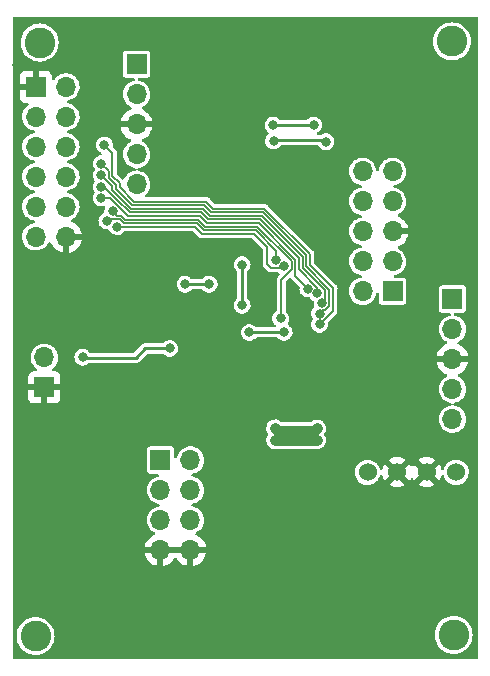
<source format=gbr>
%TF.GenerationSoftware,KiCad,Pcbnew,(6.0.9-0)*%
%TF.CreationDate,2023-01-28T22:02:16-06:00*%
%TF.ProjectId,ps2usb,70733275-7362-42e6-9b69-6361645f7063,rev?*%
%TF.SameCoordinates,Original*%
%TF.FileFunction,Copper,L2,Bot*%
%TF.FilePolarity,Positive*%
%FSLAX46Y46*%
G04 Gerber Fmt 4.6, Leading zero omitted, Abs format (unit mm)*
G04 Created by KiCad (PCBNEW (6.0.9-0)) date 2023-01-28 22:02:16*
%MOMM*%
%LPD*%
G01*
G04 APERTURE LIST*
%TA.AperFunction,ComponentPad*%
%ADD10C,2.600000*%
%TD*%
%TA.AperFunction,ComponentPad*%
%ADD11R,1.700000X1.700000*%
%TD*%
%TA.AperFunction,ComponentPad*%
%ADD12O,1.700000X1.700000*%
%TD*%
%TA.AperFunction,ComponentPad*%
%ADD13C,1.524000*%
%TD*%
%TA.AperFunction,ViaPad*%
%ADD14C,0.800000*%
%TD*%
%TA.AperFunction,Conductor*%
%ADD15C,0.254000*%
%TD*%
%TA.AperFunction,Conductor*%
%ADD16C,0.250000*%
%TD*%
%TA.AperFunction,Conductor*%
%ADD17C,0.152400*%
%TD*%
%TA.AperFunction,Conductor*%
%ADD18C,0.889000*%
%TD*%
G04 APERTURE END LIST*
D10*
%TO.P,REF\u002A\u002A,1*%
%TO.N,N/C*%
X134750000Y-120100000D03*
%TD*%
D11*
%TO.P,EXT,1,Pin_1*%
%TO.N,GND*%
X99375000Y-73700000D03*
D12*
%TO.P,EXT,2,Pin_2*%
%TO.N,+5V*%
X101915000Y-73700000D03*
%TO.P,EXT,3,Pin_3*%
%TO.N,/EXT1*%
X99375000Y-76240000D03*
%TO.P,EXT,4,Pin_4*%
%TO.N,/EXT2*%
X101915000Y-76240000D03*
%TO.P,EXT,5,Pin_5*%
%TO.N,/EXT3*%
X99375000Y-78780000D03*
%TO.P,EXT,6,Pin_6*%
%TO.N,/EXT4*%
X101915000Y-78780000D03*
%TO.P,EXT,7,Pin_7*%
%TO.N,/EXT5*%
X99375000Y-81320000D03*
%TO.P,EXT,8,Pin_8*%
%TO.N,/EXT6*%
X101915000Y-81320000D03*
%TO.P,EXT,9,Pin_9*%
%TO.N,/EXT7*%
X99375000Y-83860000D03*
%TO.P,EXT,10,Pin_10*%
%TO.N,/EXT8*%
X101915000Y-83860000D03*
%TO.P,EXT,11,Pin_11*%
%TO.N,+3.3V*%
X99375000Y-86400000D03*
%TO.P,EXT,12,Pin_12*%
%TO.N,GND*%
X101915000Y-86400000D03*
%TD*%
%TO.P,Keyboard,5*%
%TO.N,/DIN2-8*%
X134650000Y-101835000D03*
%TO.P,Keyboard,4,4*%
%TO.N,/DIN2-2*%
X134650000Y-99295000D03*
%TO.P,Keyboard,3,3*%
%TO.N,GND*%
X134650000Y-96755000D03*
%TO.P,Keyboard,2,2*%
%TO.N,/DIN2-6*%
X134650000Y-94215000D03*
D11*
%TO.P,Keyboard,1,1*%
%TO.N,/DIN2-1*%
X134650000Y-91675000D03*
%TD*%
D10*
%TO.P,REF\u002A\u002A,1*%
%TO.N,N/C*%
X99350000Y-120200000D03*
%TD*%
D11*
%TO.P,USB,1*%
%TO.N,+5V*%
X109925000Y-105300000D03*
D12*
%TO.P,USB,2*%
X112465000Y-105300000D03*
%TO.P,USB,3*%
%TO.N,Net-(J2-Pad2B)*%
X109925000Y-107840000D03*
%TO.P,USB,4*%
%TO.N,Net-(J2-Pad2A)*%
X112465000Y-107840000D03*
%TO.P,USB,5*%
%TO.N,Net-(J2-Pad3B)*%
X109925000Y-110380000D03*
%TO.P,USB,6*%
%TO.N,Net-(J2-Pad3A)*%
X112465000Y-110380000D03*
%TO.P,USB,7*%
%TO.N,GND*%
X109925000Y-112920000D03*
%TO.P,USB,8*%
X112465000Y-112920000D03*
%TD*%
D10*
%TO.P,REF\u002A\u002A,1*%
%TO.N,N/C*%
X99700000Y-69950000D03*
%TD*%
D13*
%TO.P,Power,1*%
%TO.N,N/C*%
X127460000Y-106336400D03*
%TO.P,Power,2*%
%TO.N,GND*%
X129960000Y-106336400D03*
%TO.P,Power,3*%
X132460000Y-106336400D03*
%TO.P,Power,4*%
%TO.N,Net-(F1-Pad2)*%
X134960000Y-106336400D03*
%TD*%
D11*
%TO.P,PS2 Mouse,1,1*%
%TO.N,/DIN1-1*%
X107900000Y-71800000D03*
D12*
%TO.P,PS2 Mouse,2,2*%
%TO.N,/DIN1-6*%
X107900000Y-74340000D03*
%TO.P,PS2 Mouse,3,3*%
%TO.N,GND*%
X107900000Y-76880000D03*
%TO.P,PS2 Mouse,4,4*%
%TO.N,/DIN1-2*%
X107900000Y-79420000D03*
%TO.P,PS2 Mouse,5*%
%TO.N,/DIN1-8*%
X107900000Y-81960000D03*
%TD*%
%TO.P,Serial Mouse,10*%
%TO.N,N/C*%
X127035000Y-80865000D03*
%TO.P,Serial Mouse,9,9*%
%TO.N,unconnected-(J4-Pad9)*%
X129575000Y-80865000D03*
%TO.P,Serial Mouse,8,8*%
%TO.N,/CTS_232*%
X127035000Y-83405000D03*
%TO.P,Serial Mouse,7,7*%
%TO.N,/RTS_232*%
X129575000Y-83405000D03*
%TO.P,Serial Mouse,6,6*%
%TO.N,unconnected-(J4-Pad6)*%
X127035000Y-85945000D03*
%TO.P,Serial Mouse,5,5*%
%TO.N,GND*%
X129575000Y-85945000D03*
%TO.P,Serial Mouse,4,4*%
%TO.N,/DTR_232*%
X127035000Y-88485000D03*
%TO.P,Serial Mouse,3,3*%
%TO.N,unconnected-(J4-Pad3)*%
X129575000Y-88485000D03*
%TO.P,Serial Mouse,2,2*%
%TO.N,/RXD_232*%
X127035000Y-91025000D03*
D11*
%TO.P,Serial Mouse,1,1*%
%TO.N,unconnected-(J4-Pad1)*%
X129575000Y-91025000D03*
%TD*%
D10*
%TO.P,REF\u002A\u002A,1*%
%TO.N,N/C*%
X134600000Y-69850000D03*
%TD*%
D11*
%TO.P,Switch,1*%
%TO.N,GND*%
X100100000Y-99150000D03*
D12*
%TO.P,Switch,2*%
%TO.N,Net-(S1-Pad2)*%
X100100000Y-96610000D03*
%TD*%
D14*
%TO.N,/RTS_232*%
X122891973Y-76919900D03*
X119453600Y-76948200D03*
%TO.N,GND*%
X97800000Y-71850000D03*
X102450000Y-99150000D03*
X109950000Y-76900000D03*
X130850000Y-84800000D03*
X133100000Y-97950000D03*
X128450000Y-70250000D03*
X133850000Y-75100000D03*
X100100000Y-110050000D03*
X128450000Y-99200000D03*
%TO.N,/EXT2*%
X105877279Y-84222721D03*
%TO.N,GND*%
X103600000Y-83300000D03*
%TO.N,/EXT7*%
X106223100Y-85539669D03*
%TO.N,/EXT8*%
X105383964Y-85036819D03*
%TO.N,/EXT5*%
X104913500Y-82148097D03*
%TO.N,GND*%
X118306327Y-71728484D03*
X111900000Y-100600000D03*
X117000000Y-68250000D03*
X110200000Y-91400000D03*
X123000000Y-80000000D03*
X123100000Y-101286854D03*
X118110000Y-115150000D03*
X105950000Y-91350000D03*
X115300000Y-92400000D03*
X104650000Y-75700000D03*
X116600000Y-96000000D03*
X124600000Y-113500000D03*
X118400000Y-91600000D03*
X131300000Y-101250000D03*
X111811000Y-81711000D03*
X131196400Y-107600000D03*
X117400000Y-86950000D03*
X125250000Y-84050000D03*
X120050000Y-120200000D03*
X103500000Y-87450000D03*
X111760000Y-94234000D03*
X114400000Y-112300000D03*
X114800000Y-108100000D03*
X125350000Y-78100000D03*
X113764000Y-71715800D03*
X118750000Y-101750000D03*
X125300000Y-98100000D03*
%TO.N,+5V*%
X119634000Y-102616000D03*
X123190000Y-102616000D03*
X119634000Y-103632000D03*
X123190000Y-103632000D03*
%TO.N,Net-(S1-Pad2)*%
X110700000Y-95850000D03*
X103350000Y-96600000D03*
%TO.N,/CTS_232*%
X123950000Y-78350000D03*
X119504400Y-78269000D03*
%TO.N,+3.3V*%
X120396000Y-94488000D03*
X112014000Y-90424000D03*
X117450000Y-94500000D03*
X114046000Y-90424000D03*
%TO.N,/DTR_MCU*%
X116840000Y-92202000D03*
X116840000Y-88760000D03*
%TO.N,/EXT1*%
X105181634Y-78618366D03*
X123400000Y-93800000D03*
%TO.N,/EXT2*%
X120100000Y-93300000D03*
%TO.N,/EXT3*%
X123400000Y-92900000D03*
X104913500Y-80200000D03*
%TO.N,/EXT4*%
X123600000Y-92000000D03*
X104913500Y-81196194D03*
%TO.N,/EXT5*%
X123200000Y-91200000D03*
%TO.N,/EXT6*%
X104913500Y-83100000D03*
X122400000Y-90800000D03*
%TO.N,/EXT7*%
X120400000Y-88900000D03*
%TO.N,/EXT8*%
X119700000Y-88400000D03*
%TD*%
D15*
%TO.N,Net-(S1-Pad2)*%
X103350000Y-96600000D02*
X103400000Y-96650000D01*
X108620000Y-95850000D02*
X110700000Y-95850000D01*
X103400000Y-96650000D02*
X107820000Y-96650000D01*
X107820000Y-96650000D02*
X108620000Y-95850000D01*
%TO.N,/RTS_232*%
X122863673Y-76948200D02*
X119453600Y-76948200D01*
X122891973Y-76919900D02*
X122863673Y-76948200D01*
D16*
%TO.N,+3.3V*%
X117450000Y-94500000D02*
X117462000Y-94488000D01*
X117462000Y-94488000D02*
X120396000Y-94488000D01*
D15*
%TO.N,/CTS_232*%
X123950000Y-78350000D02*
X123818200Y-78218200D01*
X123818200Y-78218200D02*
X119555200Y-78218200D01*
X119555200Y-78218200D02*
X119504400Y-78269000D01*
D17*
%TO.N,/EXT1*%
X105846900Y-81267490D02*
X105846900Y-79283632D01*
X105846900Y-79283632D02*
X105181634Y-78618366D01*
X123400000Y-93800000D02*
X123671400Y-93528600D01*
X123671400Y-93528600D02*
X123660375Y-93528600D01*
X123660375Y-93528600D02*
X124533400Y-92655575D01*
X124533400Y-92655575D02*
X124533400Y-90751269D01*
X124533400Y-90751269D02*
X122569200Y-88787069D01*
X122569200Y-88787069D02*
X122569200Y-87851836D01*
X122569200Y-87851836D02*
X118733764Y-84016400D01*
X118733764Y-84016400D02*
X114400000Y-84016400D01*
X114400000Y-84016400D02*
X113800000Y-83416400D01*
X113800000Y-83416400D02*
X107684141Y-83416400D01*
X107684141Y-83416400D02*
X106459600Y-82191859D01*
X106459600Y-82191859D02*
X106459600Y-81880190D01*
X106459600Y-81880190D02*
X105846900Y-81267490D01*
%TO.N,/EXT6*%
X104913500Y-83100000D02*
X105631052Y-83100000D01*
X105631052Y-83100000D02*
X106125173Y-83594121D01*
X106137654Y-83594121D02*
X107179133Y-84635600D01*
X107179133Y-84635600D02*
X113235600Y-84635600D01*
X106125173Y-83594121D02*
X106137654Y-83594121D01*
X113235600Y-84635600D02*
X113835600Y-85235600D01*
X113835600Y-85235600D02*
X118228756Y-85235600D01*
X118228756Y-85235600D02*
X121350000Y-88356844D01*
X121350000Y-88356844D02*
X121350000Y-89750000D01*
X121350000Y-89750000D02*
X122400000Y-90800000D01*
%TO.N,/EXT3*%
X105542100Y-80828600D02*
X105542100Y-81393742D01*
X105542100Y-81393742D02*
X106154800Y-82006442D01*
X104913500Y-80200000D02*
X105542100Y-80828600D01*
X106154800Y-82330592D02*
X106169408Y-82345200D01*
X106154800Y-82006442D02*
X106154800Y-82330592D01*
X106169408Y-82345200D02*
X106181889Y-82345200D01*
X113614356Y-83721200D02*
X114143156Y-84250000D01*
X106181889Y-82345200D02*
X107557889Y-83721200D01*
X107557889Y-83721200D02*
X113614356Y-83721200D01*
%TO.N,/EXT4*%
X106055637Y-82650000D02*
X107431637Y-84026000D01*
X105850000Y-82132694D02*
X105850000Y-82456844D01*
X105850000Y-82456844D02*
X106043156Y-82650000D01*
X104913500Y-81196194D02*
X105850000Y-82132694D01*
X113488104Y-84026000D02*
X114088104Y-84626000D01*
X114088104Y-84626000D02*
X118481260Y-84626000D01*
X118481260Y-84626000D02*
X121959600Y-88104340D01*
X121959600Y-88104340D02*
X121959600Y-89039573D01*
X107431637Y-84026000D02*
X113488104Y-84026000D01*
X121959600Y-89039573D02*
X123828600Y-90908573D01*
X106043156Y-82650000D02*
X106055637Y-82650000D01*
X123828600Y-90908573D02*
X123828600Y-91771400D01*
X123828600Y-91771400D02*
X123600000Y-92000000D01*
%TO.N,/EXT5*%
X104913500Y-82148097D02*
X105110201Y-82148097D01*
X106251425Y-83289321D02*
X106263906Y-83289321D01*
X106263906Y-83289321D02*
X107305385Y-84330800D01*
X105110201Y-82148097D02*
X106251425Y-83289321D01*
X107305385Y-84330800D02*
X113361852Y-84330800D01*
X113361852Y-84330800D02*
X113961852Y-84930800D01*
X121654800Y-88230592D02*
X121654800Y-89165825D01*
X113961852Y-84930800D02*
X118355008Y-84930800D01*
X118355008Y-84930800D02*
X121654800Y-88230592D01*
X121654800Y-89165825D02*
X123200000Y-90711025D01*
X123200000Y-90711025D02*
X123200000Y-91200000D01*
%TO.N,/EXT3*%
X123400000Y-92900000D02*
X123671400Y-92628600D01*
X123860375Y-92628600D02*
X124228600Y-92260375D01*
X124228600Y-92260375D02*
X124228600Y-90877521D01*
X123671400Y-92628600D02*
X123860375Y-92628600D01*
X122264400Y-88913321D02*
X122264400Y-87978088D01*
X124228600Y-90877521D02*
X122264400Y-88913321D01*
X122264400Y-87978088D02*
X118607512Y-84321200D01*
X118607512Y-84321200D02*
X114214356Y-84321200D01*
X114214356Y-84321200D02*
X114150000Y-84256844D01*
%TO.N,/EXT2*%
X106609727Y-84606269D02*
X106943858Y-84940400D01*
X113709348Y-85540400D02*
X118102504Y-85540400D01*
X121028600Y-89160375D02*
X120150000Y-90038975D01*
X118102504Y-85540400D02*
X121028600Y-88466496D01*
X106260827Y-84606269D02*
X106609727Y-84606269D01*
X106943858Y-84940400D02*
X113109348Y-84940400D01*
X105877279Y-84222721D02*
X106260827Y-84606269D01*
X113109348Y-84940400D02*
X113709348Y-85540400D01*
X121028600Y-88466496D02*
X121028600Y-89160375D01*
X120150000Y-90038975D02*
X120150000Y-93250000D01*
X120150000Y-93250000D02*
X120100000Y-93300000D01*
%TO.N,/EXT8*%
X105509714Y-84911069D02*
X106483475Y-84911069D01*
X106483475Y-84911069D02*
X106817606Y-85245200D01*
X113583096Y-85845200D02*
X117976252Y-85845200D01*
X106817606Y-85245200D02*
X112983096Y-85245200D01*
X112983096Y-85245200D02*
X113583096Y-85845200D01*
X105383964Y-85036819D02*
X105509714Y-84911069D01*
X117976252Y-85845200D02*
X119700000Y-87568948D01*
X119700000Y-87568948D02*
X119700000Y-88400000D01*
%TO.N,/EXT7*%
X106223100Y-85539669D02*
X106233431Y-85550000D01*
X106233431Y-85550000D02*
X112856844Y-85550000D01*
X113456844Y-86150000D02*
X117850000Y-86150000D01*
X112856844Y-85550000D02*
X113456844Y-86150000D01*
X117850000Y-86150000D02*
X118950000Y-87250000D01*
X118950000Y-87250000D02*
X118950000Y-88700000D01*
X118950000Y-88700000D02*
X119278600Y-89028600D01*
X119278600Y-89028600D02*
X119960375Y-89028600D01*
X119960375Y-89028600D02*
X120088975Y-88900000D01*
X120088975Y-88900000D02*
X120400000Y-88900000D01*
D18*
%TO.N,+5V*%
X122936000Y-102870000D02*
X123190000Y-102616000D01*
X119634000Y-103632000D02*
X123190000Y-103632000D01*
X119634000Y-102616000D02*
X119888000Y-102870000D01*
X119888000Y-102870000D02*
X122936000Y-102870000D01*
D16*
%TO.N,+3.3V*%
X112014000Y-90424000D02*
X114046000Y-90424000D01*
%TO.N,/DTR_MCU*%
X116840000Y-91694000D02*
X116840000Y-92202000D01*
D15*
X116840000Y-91694000D02*
X116840000Y-88760000D01*
D17*
%TO.N,/EXT1*%
X100070000Y-76230000D02*
X99425000Y-76230000D01*
%TO.N,/EXT2*%
X101160000Y-76240000D02*
X101660200Y-76240000D01*
%TO.N,/EXT3*%
X99670000Y-78780000D02*
X99375000Y-78780000D01*
%TO.N,/EXT4*%
X102170000Y-78770000D02*
X101965000Y-78770000D01*
%TD*%
%TA.AperFunction,Conductor*%
%TO.N,GND*%
G36*
X136736821Y-67775302D02*
G01*
X136783314Y-67828958D01*
X136794700Y-67881300D01*
X136794700Y-122018700D01*
X136774698Y-122086821D01*
X136721042Y-122133314D01*
X136668700Y-122144700D01*
X97531300Y-122144700D01*
X97463179Y-122124698D01*
X97416686Y-122071042D01*
X97405300Y-122018700D01*
X97405300Y-120200000D01*
X97739736Y-120200000D01*
X97759561Y-120451901D01*
X97760715Y-120456708D01*
X97760716Y-120456714D01*
X97793385Y-120592787D01*
X97818548Y-120697599D01*
X97915244Y-120931045D01*
X98047269Y-121146489D01*
X98211371Y-121338629D01*
X98403511Y-121502731D01*
X98618955Y-121634756D01*
X98623525Y-121636649D01*
X98623527Y-121636650D01*
X98801248Y-121710264D01*
X98852401Y-121731452D01*
X98938115Y-121752030D01*
X99093286Y-121789284D01*
X99093292Y-121789285D01*
X99098099Y-121790439D01*
X99350000Y-121810264D01*
X99601901Y-121790439D01*
X99606708Y-121789285D01*
X99606714Y-121789284D01*
X99761885Y-121752030D01*
X99847599Y-121731452D01*
X99898752Y-121710264D01*
X100076473Y-121636650D01*
X100076475Y-121636649D01*
X100081045Y-121634756D01*
X100296489Y-121502731D01*
X100488629Y-121338629D01*
X100652731Y-121146489D01*
X100784756Y-120931045D01*
X100881452Y-120697599D01*
X100906615Y-120592787D01*
X100939284Y-120456714D01*
X100939285Y-120456708D01*
X100940439Y-120451901D01*
X100960264Y-120200000D01*
X100952394Y-120100000D01*
X133139736Y-120100000D01*
X133159561Y-120351901D01*
X133160715Y-120356708D01*
X133160716Y-120356714D01*
X133182384Y-120446967D01*
X133218548Y-120597599D01*
X133315244Y-120831045D01*
X133447269Y-121046489D01*
X133450486Y-121050256D01*
X133450487Y-121050257D01*
X133535895Y-121150257D01*
X133611371Y-121238629D01*
X133803511Y-121402731D01*
X134018955Y-121534756D01*
X134023525Y-121536649D01*
X134023527Y-121536650D01*
X134247828Y-121629558D01*
X134252401Y-121631452D01*
X134338115Y-121652030D01*
X134493286Y-121689284D01*
X134493292Y-121689285D01*
X134498099Y-121690439D01*
X134750000Y-121710264D01*
X135001901Y-121690439D01*
X135006708Y-121689285D01*
X135006714Y-121689284D01*
X135161885Y-121652030D01*
X135247599Y-121631452D01*
X135252172Y-121629558D01*
X135476473Y-121536650D01*
X135476475Y-121536649D01*
X135481045Y-121534756D01*
X135696489Y-121402731D01*
X135888629Y-121238629D01*
X135964105Y-121150257D01*
X136049513Y-121050257D01*
X136049514Y-121050256D01*
X136052731Y-121046489D01*
X136184756Y-120831045D01*
X136281452Y-120597599D01*
X136317616Y-120446967D01*
X136339284Y-120356714D01*
X136339285Y-120356708D01*
X136340439Y-120351901D01*
X136360264Y-120100000D01*
X136340439Y-119848099D01*
X136339285Y-119843292D01*
X136339284Y-119843286D01*
X136282607Y-119607213D01*
X136281452Y-119602401D01*
X136184756Y-119368955D01*
X136052731Y-119153511D01*
X135888629Y-118961371D01*
X135696489Y-118797269D01*
X135481045Y-118665244D01*
X135476475Y-118663351D01*
X135476473Y-118663350D01*
X135252172Y-118570442D01*
X135252170Y-118570441D01*
X135247599Y-118568548D01*
X135161885Y-118547970D01*
X135006714Y-118510716D01*
X135006708Y-118510715D01*
X135001901Y-118509561D01*
X134750000Y-118489736D01*
X134498099Y-118509561D01*
X134493292Y-118510715D01*
X134493286Y-118510716D01*
X134338115Y-118547970D01*
X134252401Y-118568548D01*
X134247830Y-118570441D01*
X134247828Y-118570442D01*
X134023527Y-118663350D01*
X134023525Y-118663351D01*
X134018955Y-118665244D01*
X133803511Y-118797269D01*
X133611371Y-118961371D01*
X133447269Y-119153511D01*
X133315244Y-119368955D01*
X133218548Y-119602401D01*
X133217393Y-119607213D01*
X133160716Y-119843286D01*
X133160715Y-119843292D01*
X133159561Y-119848099D01*
X133139736Y-120100000D01*
X100952394Y-120100000D01*
X100940439Y-119948099D01*
X100939285Y-119943292D01*
X100939284Y-119943286D01*
X100882607Y-119707213D01*
X100881452Y-119702401D01*
X100784756Y-119468955D01*
X100652731Y-119253511D01*
X100567324Y-119153511D01*
X100491842Y-119065133D01*
X100488629Y-119061371D01*
X100296489Y-118897269D01*
X100081045Y-118765244D01*
X100076475Y-118763351D01*
X100076473Y-118763350D01*
X99852172Y-118670442D01*
X99852170Y-118670441D01*
X99847599Y-118668548D01*
X99761885Y-118647970D01*
X99606714Y-118610716D01*
X99606708Y-118610715D01*
X99601901Y-118609561D01*
X99350000Y-118589736D01*
X99098099Y-118609561D01*
X99093292Y-118610715D01*
X99093286Y-118610716D01*
X98938115Y-118647970D01*
X98852401Y-118668548D01*
X98847830Y-118670441D01*
X98847828Y-118670442D01*
X98623527Y-118763350D01*
X98623525Y-118763351D01*
X98618955Y-118765244D01*
X98403511Y-118897269D01*
X98211371Y-119061371D01*
X98208158Y-119065133D01*
X98132677Y-119153511D01*
X98047269Y-119253511D01*
X97915244Y-119468955D01*
X97818548Y-119702401D01*
X97817393Y-119707213D01*
X97760716Y-119943286D01*
X97760715Y-119943292D01*
X97759561Y-119948099D01*
X97739736Y-120200000D01*
X97405300Y-120200000D01*
X97405300Y-113187966D01*
X108593257Y-113187966D01*
X108623565Y-113322446D01*
X108626645Y-113332275D01*
X108706770Y-113529603D01*
X108711413Y-113538794D01*
X108822694Y-113720388D01*
X108828777Y-113728699D01*
X108968213Y-113889667D01*
X108975580Y-113896883D01*
X109139434Y-114032916D01*
X109147881Y-114038831D01*
X109331756Y-114146279D01*
X109341042Y-114150729D01*
X109540001Y-114226703D01*
X109549899Y-114229579D01*
X109653250Y-114250606D01*
X109667299Y-114249410D01*
X109671000Y-114239065D01*
X109671000Y-114238517D01*
X110179000Y-114238517D01*
X110183064Y-114252359D01*
X110196478Y-114254393D01*
X110203184Y-114253534D01*
X110213262Y-114251392D01*
X110417255Y-114190191D01*
X110426842Y-114186433D01*
X110618095Y-114092739D01*
X110626945Y-114087464D01*
X110800328Y-113963792D01*
X110808200Y-113957139D01*
X110959052Y-113806812D01*
X110965730Y-113798965D01*
X111093022Y-113621819D01*
X111094147Y-113622627D01*
X111141669Y-113578876D01*
X111211607Y-113566661D01*
X111277046Y-113594197D01*
X111304870Y-113626028D01*
X111362690Y-113720383D01*
X111368777Y-113728699D01*
X111508213Y-113889667D01*
X111515580Y-113896883D01*
X111679434Y-114032916D01*
X111687881Y-114038831D01*
X111871756Y-114146279D01*
X111881042Y-114150729D01*
X112080001Y-114226703D01*
X112089899Y-114229579D01*
X112193250Y-114250606D01*
X112207299Y-114249410D01*
X112211000Y-114239065D01*
X112211000Y-114238517D01*
X112719000Y-114238517D01*
X112723064Y-114252359D01*
X112736478Y-114254393D01*
X112743184Y-114253534D01*
X112753262Y-114251392D01*
X112957255Y-114190191D01*
X112966842Y-114186433D01*
X113158095Y-114092739D01*
X113166945Y-114087464D01*
X113340328Y-113963792D01*
X113348200Y-113957139D01*
X113499052Y-113806812D01*
X113505730Y-113798965D01*
X113630003Y-113626020D01*
X113635313Y-113617183D01*
X113729670Y-113426267D01*
X113733469Y-113416672D01*
X113795377Y-113212910D01*
X113797555Y-113202837D01*
X113798986Y-113191962D01*
X113796775Y-113177778D01*
X113783617Y-113174000D01*
X112737115Y-113174000D01*
X112721876Y-113178475D01*
X112720671Y-113179865D01*
X112719000Y-113187548D01*
X112719000Y-114238517D01*
X112211000Y-114238517D01*
X112211000Y-113192115D01*
X112206525Y-113176876D01*
X112205135Y-113175671D01*
X112197452Y-113174000D01*
X110197115Y-113174000D01*
X110181876Y-113178475D01*
X110180671Y-113179865D01*
X110179000Y-113187548D01*
X110179000Y-114238517D01*
X109671000Y-114238517D01*
X109671000Y-113192115D01*
X109666525Y-113176876D01*
X109665135Y-113175671D01*
X109657452Y-113174000D01*
X108608225Y-113174000D01*
X108594694Y-113177973D01*
X108593257Y-113187966D01*
X97405300Y-113187966D01*
X97405300Y-112654183D01*
X108589389Y-112654183D01*
X108590912Y-112662607D01*
X108603292Y-112666000D01*
X113783344Y-112666000D01*
X113796875Y-112662027D01*
X113798180Y-112652947D01*
X113756214Y-112485875D01*
X113752894Y-112476124D01*
X113667972Y-112280814D01*
X113663105Y-112271739D01*
X113547426Y-112092926D01*
X113541136Y-112084757D01*
X113397806Y-111927240D01*
X113390273Y-111920215D01*
X113223139Y-111788222D01*
X113214552Y-111782517D01*
X113028117Y-111679599D01*
X113018704Y-111675368D01*
X112973197Y-111659253D01*
X112915660Y-111617658D01*
X112889745Y-111551560D01*
X112903679Y-111481945D01*
X112953690Y-111430546D01*
X113122172Y-111336192D01*
X113285420Y-111200420D01*
X113421192Y-111037172D01*
X113524940Y-110851916D01*
X113593191Y-110650855D01*
X113594019Y-110645146D01*
X113594020Y-110645141D01*
X113623126Y-110444397D01*
X113623659Y-110440723D01*
X113625249Y-110380000D01*
X113605821Y-110168561D01*
X113548186Y-109964204D01*
X113454275Y-109773772D01*
X113327233Y-109603642D01*
X113171315Y-109459513D01*
X112991742Y-109346211D01*
X112958068Y-109332776D01*
X112931096Y-109322015D01*
X112794529Y-109267530D01*
X112788861Y-109266403D01*
X112788859Y-109266402D01*
X112618567Y-109232529D01*
X112555657Y-109199622D01*
X112520525Y-109137927D01*
X112524325Y-109067032D01*
X112565851Y-109009446D01*
X112625066Y-108984255D01*
X112735855Y-108968191D01*
X112741319Y-108966336D01*
X112741324Y-108966335D01*
X112931448Y-108901796D01*
X112936916Y-108899940D01*
X113122172Y-108796192D01*
X113285420Y-108660420D01*
X113421192Y-108497172D01*
X113524940Y-108311916D01*
X113593191Y-108110855D01*
X113594019Y-108105146D01*
X113594020Y-108105141D01*
X113623126Y-107904397D01*
X113623659Y-107900723D01*
X113625249Y-107840000D01*
X113605821Y-107628561D01*
X113548186Y-107424204D01*
X113454275Y-107233772D01*
X113327233Y-107063642D01*
X113171315Y-106919513D01*
X112991742Y-106806211D01*
X112958068Y-106792776D01*
X112817478Y-106736686D01*
X112794529Y-106727530D01*
X112788861Y-106726403D01*
X112788859Y-106726402D01*
X112618567Y-106692529D01*
X112555657Y-106659622D01*
X112520525Y-106597927D01*
X112524325Y-106527032D01*
X112565851Y-106469446D01*
X112625066Y-106444255D01*
X112735855Y-106428191D01*
X112741319Y-106426336D01*
X112741324Y-106426335D01*
X112918047Y-106366345D01*
X112936916Y-106359940D01*
X113005688Y-106321426D01*
X126387641Y-106321426D01*
X126388157Y-106327570D01*
X126398925Y-106455802D01*
X126405155Y-106530000D01*
X126462848Y-106731200D01*
X126465666Y-106736682D01*
X126465667Y-106736686D01*
X126555703Y-106911877D01*
X126555706Y-106911881D01*
X126558523Y-106917363D01*
X126688534Y-107081396D01*
X126847930Y-107217053D01*
X127030640Y-107319166D01*
X127229704Y-107383846D01*
X127437540Y-107408629D01*
X127443675Y-107408157D01*
X127443677Y-107408157D01*
X127612369Y-107395177D01*
X129265777Y-107395177D01*
X129275074Y-107407193D01*
X129318069Y-107437298D01*
X129327555Y-107442776D01*
X129518993Y-107532045D01*
X129529285Y-107535791D01*
X129733309Y-107590459D01*
X129744104Y-107592362D01*
X129954525Y-107610772D01*
X129965475Y-107610772D01*
X130175896Y-107592362D01*
X130186691Y-107590459D01*
X130390715Y-107535791D01*
X130401007Y-107532045D01*
X130592445Y-107442776D01*
X130601931Y-107437298D01*
X130645764Y-107406607D01*
X130654139Y-107396129D01*
X130653639Y-107395177D01*
X131765777Y-107395177D01*
X131775074Y-107407193D01*
X131818069Y-107437298D01*
X131827555Y-107442776D01*
X132018993Y-107532045D01*
X132029285Y-107535791D01*
X132233309Y-107590459D01*
X132244104Y-107592362D01*
X132454525Y-107610772D01*
X132465475Y-107610772D01*
X132675896Y-107592362D01*
X132686691Y-107590459D01*
X132890715Y-107535791D01*
X132901007Y-107532045D01*
X133092445Y-107442776D01*
X133101931Y-107437298D01*
X133145764Y-107406607D01*
X133154139Y-107396129D01*
X133147071Y-107382681D01*
X132472812Y-106708422D01*
X132458868Y-106700808D01*
X132457035Y-106700939D01*
X132450420Y-106705190D01*
X131772207Y-107383403D01*
X131765777Y-107395177D01*
X130653639Y-107395177D01*
X130647071Y-107382681D01*
X129972812Y-106708422D01*
X129958868Y-106700808D01*
X129957035Y-106700939D01*
X129950420Y-106705190D01*
X129272207Y-107383403D01*
X129265777Y-107395177D01*
X127612369Y-107395177D01*
X127640090Y-107393044D01*
X127640095Y-107393043D01*
X127646231Y-107392571D01*
X127652161Y-107390915D01*
X127652163Y-107390915D01*
X127841901Y-107337939D01*
X127841900Y-107337939D01*
X127847829Y-107336284D01*
X127877948Y-107321070D01*
X127935734Y-107291880D01*
X128034655Y-107241911D01*
X128045073Y-107233772D01*
X128194736Y-107116842D01*
X128199592Y-107113048D01*
X128264776Y-107037532D01*
X128332329Y-106959271D01*
X128332330Y-106959269D01*
X128336358Y-106954603D01*
X128439745Y-106772610D01*
X128463630Y-106700808D01*
X128485711Y-106634432D01*
X128526193Y-106576108D01*
X128591781Y-106548928D01*
X128661651Y-106561523D01*
X128713621Y-106609893D01*
X128726976Y-106641593D01*
X128760609Y-106767115D01*
X128764355Y-106777407D01*
X128853623Y-106968841D01*
X128859103Y-106978332D01*
X128889794Y-107022165D01*
X128900271Y-107030540D01*
X128913718Y-107023472D01*
X129587978Y-106349212D01*
X129594356Y-106337532D01*
X130324408Y-106337532D01*
X130324539Y-106339365D01*
X130328790Y-106345980D01*
X131007003Y-107024193D01*
X131018777Y-107030623D01*
X131030793Y-107021326D01*
X131060897Y-106978332D01*
X131066377Y-106968841D01*
X131095805Y-106905733D01*
X131142723Y-106852448D01*
X131211000Y-106832987D01*
X131278960Y-106853529D01*
X131324195Y-106905733D01*
X131353623Y-106968841D01*
X131359103Y-106978332D01*
X131389794Y-107022165D01*
X131400271Y-107030540D01*
X131413718Y-107023472D01*
X132087978Y-106349212D01*
X132094356Y-106337532D01*
X132824408Y-106337532D01*
X132824539Y-106339365D01*
X132828790Y-106345980D01*
X133507003Y-107024193D01*
X133518777Y-107030623D01*
X133530793Y-107021326D01*
X133560897Y-106978332D01*
X133566377Y-106968841D01*
X133655645Y-106777407D01*
X133659391Y-106767115D01*
X133693360Y-106640339D01*
X133730312Y-106579716D01*
X133794172Y-106548695D01*
X133864667Y-106557123D01*
X133919414Y-106602326D01*
X133936186Y-106638219D01*
X133962848Y-106731200D01*
X133965666Y-106736682D01*
X133965667Y-106736686D01*
X134055703Y-106911877D01*
X134055706Y-106911881D01*
X134058523Y-106917363D01*
X134188534Y-107081396D01*
X134347930Y-107217053D01*
X134530640Y-107319166D01*
X134729704Y-107383846D01*
X134937540Y-107408629D01*
X134943675Y-107408157D01*
X134943677Y-107408157D01*
X135140090Y-107393044D01*
X135140095Y-107393043D01*
X135146231Y-107392571D01*
X135152161Y-107390915D01*
X135152163Y-107390915D01*
X135341901Y-107337939D01*
X135341900Y-107337939D01*
X135347829Y-107336284D01*
X135377948Y-107321070D01*
X135435734Y-107291880D01*
X135534655Y-107241911D01*
X135545073Y-107233772D01*
X135694736Y-107116842D01*
X135699592Y-107113048D01*
X135764776Y-107037532D01*
X135832329Y-106959271D01*
X135832330Y-106959269D01*
X135836358Y-106954603D01*
X135939745Y-106772610D01*
X136005813Y-106574003D01*
X136032046Y-106366345D01*
X136032464Y-106336400D01*
X136012039Y-106128091D01*
X135951542Y-105927716D01*
X135853278Y-105742907D01*
X135771192Y-105642260D01*
X135724884Y-105585480D01*
X135724881Y-105585477D01*
X135720989Y-105580705D01*
X135716240Y-105576776D01*
X135564464Y-105451216D01*
X135564461Y-105451214D01*
X135559714Y-105447287D01*
X135375597Y-105347735D01*
X135275623Y-105316788D01*
X135181536Y-105287663D01*
X135181533Y-105287662D01*
X135175649Y-105285841D01*
X135169524Y-105285197D01*
X135169523Y-105285197D01*
X134973615Y-105264606D01*
X134973614Y-105264606D01*
X134967487Y-105263962D01*
X134837837Y-105275761D01*
X134765181Y-105282373D01*
X134765180Y-105282373D01*
X134759040Y-105282932D01*
X134753126Y-105284673D01*
X134753124Y-105284673D01*
X134617875Y-105324480D01*
X134558248Y-105342029D01*
X134552783Y-105344886D01*
X134380666Y-105434866D01*
X134372758Y-105439000D01*
X134209636Y-105570154D01*
X134075095Y-105730493D01*
X134072125Y-105735896D01*
X134072124Y-105735897D01*
X134014996Y-105839813D01*
X133974260Y-105913911D01*
X133972397Y-105919784D01*
X133935052Y-106037511D01*
X133895389Y-106096396D01*
X133830187Y-106124488D01*
X133760147Y-106112871D01*
X133707507Y-106065231D01*
X133693243Y-106032024D01*
X133659391Y-105905685D01*
X133655645Y-105895393D01*
X133566377Y-105703959D01*
X133560897Y-105694468D01*
X133530206Y-105650635D01*
X133519729Y-105642260D01*
X133506282Y-105649328D01*
X132832022Y-106323588D01*
X132824408Y-106337532D01*
X132094356Y-106337532D01*
X132095592Y-106335268D01*
X132095461Y-106333435D01*
X132091210Y-106326820D01*
X131412997Y-105648607D01*
X131401223Y-105642177D01*
X131389207Y-105651474D01*
X131359103Y-105694468D01*
X131353623Y-105703959D01*
X131324195Y-105767067D01*
X131277277Y-105820352D01*
X131209000Y-105839813D01*
X131141040Y-105819271D01*
X131095805Y-105767067D01*
X131066377Y-105703959D01*
X131060897Y-105694468D01*
X131030206Y-105650635D01*
X131019729Y-105642260D01*
X131006282Y-105649328D01*
X130332022Y-106323588D01*
X130324408Y-106337532D01*
X129594356Y-106337532D01*
X129595592Y-106335268D01*
X129595461Y-106333435D01*
X129591210Y-106326820D01*
X128912997Y-105648607D01*
X128901223Y-105642177D01*
X128889207Y-105651474D01*
X128859103Y-105694468D01*
X128853623Y-105703959D01*
X128764355Y-105895393D01*
X128760609Y-105905685D01*
X128726642Y-106032452D01*
X128689690Y-106093075D01*
X128625830Y-106124096D01*
X128555335Y-106115668D01*
X128500588Y-106070465D01*
X128484313Y-106036259D01*
X128483164Y-106032452D01*
X128451542Y-105927716D01*
X128353278Y-105742907D01*
X128271192Y-105642260D01*
X128224884Y-105585480D01*
X128224881Y-105585477D01*
X128220989Y-105580705D01*
X128216240Y-105576776D01*
X128064464Y-105451216D01*
X128064461Y-105451214D01*
X128059714Y-105447287D01*
X127875597Y-105347735D01*
X127775623Y-105316788D01*
X127681536Y-105287663D01*
X127681533Y-105287662D01*
X127675649Y-105285841D01*
X127669524Y-105285197D01*
X127669523Y-105285197D01*
X127588404Y-105276671D01*
X129265860Y-105276671D01*
X129272928Y-105290118D01*
X129947188Y-105964378D01*
X129961132Y-105971992D01*
X129962965Y-105971861D01*
X129969580Y-105967610D01*
X130647793Y-105289397D01*
X130654223Y-105277623D01*
X130653486Y-105276671D01*
X131765860Y-105276671D01*
X131772928Y-105290118D01*
X132447188Y-105964378D01*
X132461132Y-105971992D01*
X132462965Y-105971861D01*
X132469580Y-105967610D01*
X133147793Y-105289397D01*
X133154223Y-105277623D01*
X133144926Y-105265607D01*
X133101931Y-105235502D01*
X133092445Y-105230024D01*
X132901007Y-105140755D01*
X132890715Y-105137009D01*
X132686691Y-105082341D01*
X132675896Y-105080438D01*
X132465475Y-105062028D01*
X132454525Y-105062028D01*
X132244104Y-105080438D01*
X132233309Y-105082341D01*
X132029285Y-105137009D01*
X132018993Y-105140755D01*
X131827559Y-105230023D01*
X131818068Y-105235503D01*
X131774235Y-105266194D01*
X131765860Y-105276671D01*
X130653486Y-105276671D01*
X130644926Y-105265607D01*
X130601931Y-105235502D01*
X130592445Y-105230024D01*
X130401007Y-105140755D01*
X130390715Y-105137009D01*
X130186691Y-105082341D01*
X130175896Y-105080438D01*
X129965475Y-105062028D01*
X129954525Y-105062028D01*
X129744104Y-105080438D01*
X129733309Y-105082341D01*
X129529285Y-105137009D01*
X129518993Y-105140755D01*
X129327559Y-105230023D01*
X129318068Y-105235503D01*
X129274235Y-105266194D01*
X129265860Y-105276671D01*
X127588404Y-105276671D01*
X127473615Y-105264606D01*
X127473614Y-105264606D01*
X127467487Y-105263962D01*
X127337837Y-105275761D01*
X127265181Y-105282373D01*
X127265180Y-105282373D01*
X127259040Y-105282932D01*
X127253126Y-105284673D01*
X127253124Y-105284673D01*
X127117875Y-105324480D01*
X127058248Y-105342029D01*
X127052783Y-105344886D01*
X126880666Y-105434866D01*
X126872758Y-105439000D01*
X126709636Y-105570154D01*
X126575095Y-105730493D01*
X126572125Y-105735896D01*
X126572124Y-105735897D01*
X126514996Y-105839813D01*
X126474260Y-105913911D01*
X126410972Y-106113422D01*
X126410286Y-106119539D01*
X126410285Y-106119543D01*
X126395372Y-106252501D01*
X126387641Y-106321426D01*
X113005688Y-106321426D01*
X113122172Y-106256192D01*
X113163944Y-106221451D01*
X113280982Y-106124111D01*
X113285420Y-106120420D01*
X113421192Y-105957172D01*
X113524940Y-105771916D01*
X113565825Y-105651474D01*
X113591335Y-105576324D01*
X113591336Y-105576319D01*
X113593191Y-105570855D01*
X113594019Y-105565146D01*
X113594020Y-105565141D01*
X113623126Y-105364397D01*
X113623659Y-105360723D01*
X113625249Y-105300000D01*
X113610273Y-105137009D01*
X113606350Y-105094315D01*
X113606349Y-105094312D01*
X113605821Y-105088561D01*
X113548186Y-104884204D01*
X113454275Y-104693772D01*
X113327233Y-104523642D01*
X113202462Y-104408305D01*
X113175555Y-104383432D01*
X113175552Y-104383430D01*
X113171315Y-104379513D01*
X112991742Y-104266211D01*
X112958068Y-104252776D01*
X112853697Y-104211136D01*
X112794529Y-104187530D01*
X112788861Y-104186403D01*
X112788859Y-104186402D01*
X112591946Y-104147234D01*
X112591944Y-104147234D01*
X112586279Y-104146107D01*
X112580504Y-104146031D01*
X112580500Y-104146031D01*
X112474283Y-104144641D01*
X112373968Y-104143328D01*
X112368271Y-104144307D01*
X112368270Y-104144307D01*
X112170395Y-104178308D01*
X112170392Y-104178309D01*
X112164705Y-104179286D01*
X111965500Y-104252776D01*
X111836024Y-104329807D01*
X111825226Y-104336231D01*
X111783023Y-104361339D01*
X111623385Y-104501337D01*
X111619818Y-104505862D01*
X111619813Y-104505867D01*
X111495507Y-104663549D01*
X111491933Y-104668083D01*
X111489245Y-104673192D01*
X111395759Y-104850880D01*
X111395757Y-104850885D01*
X111393070Y-104855992D01*
X111330105Y-105058771D01*
X111329478Y-105064072D01*
X111295815Y-105126417D01*
X111233664Y-105160736D01*
X111162825Y-105156005D01*
X111105789Y-105113727D01*
X111080665Y-105047325D01*
X111080300Y-105037743D01*
X111080300Y-104404642D01*
X111079004Y-104393748D01*
X111078250Y-104387407D01*
X111078249Y-104387404D01*
X111077133Y-104378022D01*
X111030964Y-104274081D01*
X110967909Y-104211136D01*
X110958705Y-104201948D01*
X110958703Y-104201947D01*
X110950472Y-104193730D01*
X110846451Y-104147742D01*
X110820358Y-104144700D01*
X109029642Y-104144700D01*
X109018748Y-104145996D01*
X109012407Y-104146750D01*
X109012404Y-104146751D01*
X109003022Y-104147867D01*
X108934490Y-104178308D01*
X108916268Y-104186402D01*
X108899081Y-104194036D01*
X108887314Y-104205824D01*
X108826948Y-104266295D01*
X108826947Y-104266297D01*
X108818730Y-104274528D01*
X108772742Y-104378549D01*
X108769700Y-104404642D01*
X108769700Y-106195358D01*
X108770834Y-106204890D01*
X108771685Y-106212040D01*
X108772867Y-106221978D01*
X108819036Y-106325919D01*
X108842370Y-106349212D01*
X108891295Y-106398052D01*
X108891297Y-106398053D01*
X108899528Y-106406270D01*
X109003549Y-106452258D01*
X109029642Y-106455300D01*
X109683713Y-106455300D01*
X109751834Y-106475302D01*
X109798327Y-106528958D01*
X109808431Y-106599232D01*
X109778937Y-106663812D01*
X109719211Y-106702196D01*
X109705051Y-106705480D01*
X109630395Y-106718308D01*
X109630392Y-106718309D01*
X109624705Y-106719286D01*
X109425500Y-106792776D01*
X109243023Y-106901339D01*
X109083385Y-107041337D01*
X109079818Y-107045862D01*
X109079813Y-107045867D01*
X108955507Y-107203549D01*
X108951933Y-107208083D01*
X108949245Y-107213192D01*
X108855759Y-107390880D01*
X108855757Y-107390885D01*
X108853070Y-107395992D01*
X108790105Y-107598771D01*
X108765149Y-107809628D01*
X108779036Y-108021503D01*
X108831301Y-108227299D01*
X108920195Y-108420124D01*
X109042740Y-108593521D01*
X109194832Y-108741683D01*
X109199628Y-108744888D01*
X109199631Y-108744890D01*
X109270886Y-108792501D01*
X109371377Y-108859647D01*
X109376685Y-108861928D01*
X109376686Y-108861928D01*
X109561160Y-108941184D01*
X109561163Y-108941185D01*
X109566463Y-108943462D01*
X109572092Y-108944736D01*
X109572093Y-108944736D01*
X109767087Y-108988859D01*
X109829114Y-109023402D01*
X109862618Y-109085996D01*
X109856964Y-109156767D01*
X109813945Y-109213246D01*
X109760617Y-109235932D01*
X109630395Y-109258308D01*
X109630392Y-109258309D01*
X109624705Y-109259286D01*
X109425500Y-109332776D01*
X109243023Y-109441339D01*
X109083385Y-109581337D01*
X109079818Y-109585862D01*
X109079813Y-109585867D01*
X108955507Y-109743549D01*
X108951933Y-109748083D01*
X108949245Y-109753192D01*
X108855759Y-109930880D01*
X108855757Y-109930885D01*
X108853070Y-109935992D01*
X108790105Y-110138771D01*
X108765149Y-110349628D01*
X108779036Y-110561503D01*
X108831301Y-110767299D01*
X108920195Y-110960124D01*
X109042740Y-111133521D01*
X109194832Y-111281683D01*
X109199628Y-111284888D01*
X109199631Y-111284890D01*
X109270886Y-111332501D01*
X109371377Y-111399647D01*
X109376680Y-111401926D01*
X109376685Y-111401928D01*
X109404293Y-111413789D01*
X109424862Y-111422626D01*
X109479554Y-111467892D01*
X109501092Y-111535543D01*
X109482635Y-111604099D01*
X109430045Y-111651794D01*
X109414271Y-111658157D01*
X109401873Y-111662210D01*
X109392359Y-111666209D01*
X109203463Y-111764542D01*
X109194738Y-111770036D01*
X109024433Y-111897905D01*
X109016726Y-111904748D01*
X108869590Y-112058717D01*
X108863104Y-112066727D01*
X108743098Y-112242649D01*
X108738000Y-112251623D01*
X108648338Y-112444783D01*
X108644775Y-112454470D01*
X108589389Y-112654183D01*
X97405300Y-112654183D01*
X97405300Y-102589654D01*
X118879556Y-102589654D01*
X118893731Y-102763920D01*
X118895985Y-102770879D01*
X118895986Y-102770882D01*
X118936175Y-102894940D01*
X118947614Y-102930252D01*
X118951410Y-102936507D01*
X118951411Y-102936510D01*
X119024712Y-103057304D01*
X119042951Y-103125918D01*
X119025947Y-103185955D01*
X118941708Y-103330983D01*
X118891027Y-103498318D01*
X118880201Y-103672824D01*
X118909810Y-103845141D01*
X118978267Y-104006024D01*
X119081898Y-104146843D01*
X119215146Y-104260045D01*
X119370862Y-104339558D01*
X119377967Y-104341297D01*
X119377971Y-104341298D01*
X119447802Y-104358385D01*
X119540693Y-104381115D01*
X119546295Y-104381463D01*
X119546298Y-104381463D01*
X119549795Y-104381680D01*
X119549805Y-104381680D01*
X119551734Y-104381800D01*
X123233779Y-104381800D01*
X123325182Y-104371144D01*
X123356393Y-104367505D01*
X123356395Y-104367505D01*
X123363665Y-104366657D01*
X123370543Y-104364161D01*
X123370545Y-104364160D01*
X123521136Y-104309498D01*
X123528015Y-104307001D01*
X123674233Y-104211136D01*
X123794475Y-104084205D01*
X123798150Y-104077878D01*
X123798153Y-104077874D01*
X123878615Y-103939347D01*
X123882292Y-103933017D01*
X123932973Y-103765682D01*
X123943799Y-103591176D01*
X123914190Y-103418859D01*
X123845733Y-103257976D01*
X123841395Y-103252081D01*
X123802721Y-103199528D01*
X123778456Y-103132807D01*
X123794114Y-103063559D01*
X123805390Y-103046669D01*
X123827740Y-103018419D01*
X123832280Y-103012681D01*
X123841171Y-102993659D01*
X123862325Y-102948396D01*
X123906310Y-102854285D01*
X123941915Y-102683107D01*
X123937185Y-102508329D01*
X123892375Y-102339327D01*
X123809889Y-102185166D01*
X123805043Y-102179680D01*
X123805041Y-102179676D01*
X123698997Y-102059606D01*
X123698996Y-102059605D01*
X123694149Y-102054117D01*
X123648854Y-102022105D01*
X123607182Y-101992654D01*
X123551366Y-101953207D01*
X123487224Y-101927357D01*
X123395992Y-101890590D01*
X123389198Y-101887852D01*
X123305625Y-101875138D01*
X123223580Y-101862656D01*
X123223576Y-101862656D01*
X123216346Y-101861556D01*
X123209054Y-101862149D01*
X123209051Y-101862149D01*
X123127116Y-101868814D01*
X123042079Y-101875731D01*
X123035120Y-101877985D01*
X123035117Y-101877986D01*
X122882713Y-101927357D01*
X122882710Y-101927358D01*
X122875747Y-101929614D01*
X122726274Y-102020318D01*
X122722075Y-102024026D01*
X122722070Y-102024030D01*
X122719447Y-102026347D01*
X122717982Y-102027641D01*
X122662328Y-102083295D01*
X122600016Y-102117321D01*
X122573233Y-102120200D01*
X120250767Y-102120200D01*
X120182646Y-102100198D01*
X120161672Y-102083295D01*
X120133232Y-102054855D01*
X120130363Y-102052585D01*
X120130355Y-102052578D01*
X120036423Y-101978262D01*
X120030681Y-101973719D01*
X120024050Y-101970620D01*
X120024047Y-101970618D01*
X119878917Y-101902789D01*
X119878913Y-101902788D01*
X119872285Y-101899690D01*
X119701107Y-101864085D01*
X119585479Y-101867214D01*
X119533645Y-101868616D01*
X119526329Y-101868814D01*
X119357327Y-101913624D01*
X119350870Y-101917079D01*
X119209626Y-101992654D01*
X119209623Y-101992656D01*
X119203166Y-101996111D01*
X119072117Y-102111851D01*
X118971207Y-102254634D01*
X118968471Y-102261424D01*
X118968470Y-102261425D01*
X118950137Y-102306916D01*
X118905852Y-102416802D01*
X118904751Y-102424042D01*
X118880656Y-102582420D01*
X118880656Y-102582424D01*
X118879556Y-102589654D01*
X97405300Y-102589654D01*
X97405300Y-100044669D01*
X98742001Y-100044669D01*
X98742371Y-100051490D01*
X98747895Y-100102352D01*
X98751521Y-100117604D01*
X98796676Y-100238054D01*
X98805214Y-100253649D01*
X98881715Y-100355724D01*
X98894276Y-100368285D01*
X98996351Y-100444786D01*
X99011946Y-100453324D01*
X99132394Y-100498478D01*
X99147649Y-100502105D01*
X99198514Y-100507631D01*
X99205328Y-100508000D01*
X99827885Y-100508000D01*
X99843124Y-100503525D01*
X99844329Y-100502135D01*
X99846000Y-100494452D01*
X99846000Y-100489884D01*
X100354000Y-100489884D01*
X100358475Y-100505123D01*
X100359865Y-100506328D01*
X100367548Y-100507999D01*
X100994669Y-100507999D01*
X101001490Y-100507629D01*
X101052352Y-100502105D01*
X101067604Y-100498479D01*
X101188054Y-100453324D01*
X101203649Y-100444786D01*
X101305724Y-100368285D01*
X101318285Y-100355724D01*
X101394786Y-100253649D01*
X101403324Y-100238054D01*
X101448478Y-100117606D01*
X101452105Y-100102351D01*
X101457631Y-100051486D01*
X101458000Y-100044672D01*
X101458000Y-99422115D01*
X101453525Y-99406876D01*
X101452135Y-99405671D01*
X101444452Y-99404000D01*
X100372115Y-99404000D01*
X100356876Y-99408475D01*
X100355671Y-99409865D01*
X100354000Y-99417548D01*
X100354000Y-100489884D01*
X99846000Y-100489884D01*
X99846000Y-99422115D01*
X99841525Y-99406876D01*
X99840135Y-99405671D01*
X99832452Y-99404000D01*
X98760116Y-99404000D01*
X98744877Y-99408475D01*
X98743672Y-99409865D01*
X98742001Y-99417548D01*
X98742001Y-100044669D01*
X97405300Y-100044669D01*
X97405300Y-98877885D01*
X98742000Y-98877885D01*
X98746475Y-98893124D01*
X98747865Y-98894329D01*
X98755548Y-98896000D01*
X101439884Y-98896000D01*
X101455123Y-98891525D01*
X101456328Y-98890135D01*
X101457999Y-98882452D01*
X101457999Y-98255331D01*
X101457629Y-98248510D01*
X101452105Y-98197648D01*
X101448479Y-98182396D01*
X101403324Y-98061946D01*
X101394786Y-98046351D01*
X101318285Y-97944276D01*
X101305724Y-97931715D01*
X101203649Y-97855214D01*
X101188054Y-97846676D01*
X101067606Y-97801522D01*
X101052351Y-97797895D01*
X101001486Y-97792369D01*
X100994672Y-97792000D01*
X100833472Y-97792000D01*
X100765351Y-97771998D01*
X100718858Y-97718342D01*
X100708754Y-97648068D01*
X100738248Y-97583488D01*
X100757352Y-97566409D01*
X100757172Y-97566192D01*
X100827554Y-97507656D01*
X100920420Y-97430420D01*
X101056192Y-97267172D01*
X101159940Y-97081916D01*
X101211597Y-96929739D01*
X101226335Y-96886324D01*
X101226336Y-96886319D01*
X101228191Y-96880855D01*
X101229019Y-96875146D01*
X101229020Y-96875141D01*
X101258126Y-96674397D01*
X101258659Y-96670723D01*
X101260249Y-96610000D01*
X101258647Y-96592560D01*
X102639559Y-96592560D01*
X102658292Y-96762239D01*
X102660901Y-96769370D01*
X102660902Y-96769372D01*
X102703701Y-96886324D01*
X102716958Y-96922551D01*
X102812170Y-97064242D01*
X102817782Y-97069349D01*
X102817785Y-97069352D01*
X102932811Y-97174018D01*
X102932815Y-97174021D01*
X102938432Y-97179132D01*
X102945109Y-97182757D01*
X102945110Y-97182758D01*
X102967362Y-97194840D01*
X103088455Y-97260588D01*
X103253577Y-97303907D01*
X103340592Y-97305274D01*
X103416666Y-97306469D01*
X103416669Y-97306469D01*
X103424265Y-97306588D01*
X103431669Y-97304892D01*
X103431671Y-97304892D01*
X103493992Y-97290619D01*
X103590667Y-97268477D01*
X103743174Y-97191774D01*
X103836005Y-97112489D01*
X103900794Y-97083458D01*
X103917835Y-97082300D01*
X107786868Y-97082300D01*
X107801677Y-97083173D01*
X107833733Y-97086967D01*
X107889069Y-97076861D01*
X107892922Y-97076220D01*
X107948549Y-97067856D01*
X107954795Y-97064857D01*
X107961611Y-97063612D01*
X108011533Y-97037680D01*
X108015035Y-97035931D01*
X108042034Y-97022966D01*
X133318257Y-97022966D01*
X133348565Y-97157446D01*
X133351645Y-97167275D01*
X133431770Y-97364603D01*
X133436413Y-97373794D01*
X133547694Y-97555388D01*
X133553777Y-97563699D01*
X133693213Y-97724667D01*
X133700580Y-97731883D01*
X133864434Y-97867916D01*
X133872881Y-97873831D01*
X134056756Y-97981279D01*
X134066042Y-97985729D01*
X134144111Y-98015540D01*
X134200614Y-98058527D01*
X134224907Y-98125238D01*
X134209277Y-98194493D01*
X134153883Y-98246528D01*
X134150500Y-98247776D01*
X133968023Y-98356339D01*
X133808385Y-98496337D01*
X133804818Y-98500862D01*
X133804813Y-98500867D01*
X133680507Y-98658549D01*
X133676933Y-98663083D01*
X133674245Y-98668192D01*
X133580759Y-98845880D01*
X133580757Y-98845885D01*
X133578070Y-98850992D01*
X133515105Y-99053771D01*
X133490149Y-99264628D01*
X133504036Y-99476503D01*
X133556301Y-99682299D01*
X133645195Y-99875124D01*
X133767740Y-100048521D01*
X133919832Y-100196683D01*
X133924628Y-100199888D01*
X133924631Y-100199890D01*
X133981748Y-100238054D01*
X134096377Y-100314647D01*
X134101685Y-100316928D01*
X134101686Y-100316928D01*
X134286160Y-100396184D01*
X134286163Y-100396185D01*
X134291463Y-100398462D01*
X134297092Y-100399736D01*
X134297093Y-100399736D01*
X134492087Y-100443859D01*
X134554114Y-100478402D01*
X134587618Y-100540996D01*
X134581964Y-100611767D01*
X134538945Y-100668246D01*
X134485617Y-100690932D01*
X134355395Y-100713308D01*
X134355392Y-100713309D01*
X134349705Y-100714286D01*
X134150500Y-100787776D01*
X133968023Y-100896339D01*
X133808385Y-101036337D01*
X133804818Y-101040862D01*
X133804813Y-101040867D01*
X133680507Y-101198549D01*
X133676933Y-101203083D01*
X133674245Y-101208192D01*
X133580759Y-101385880D01*
X133580757Y-101385885D01*
X133578070Y-101390992D01*
X133515105Y-101593771D01*
X133490149Y-101804628D01*
X133504036Y-102016503D01*
X133556301Y-102222299D01*
X133645195Y-102415124D01*
X133767740Y-102588521D01*
X133919832Y-102736683D01*
X133924628Y-102739888D01*
X133924631Y-102739890D01*
X133971014Y-102770882D01*
X134096377Y-102854647D01*
X134101685Y-102856928D01*
X134101686Y-102856928D01*
X134286160Y-102936184D01*
X134286163Y-102936185D01*
X134291463Y-102938462D01*
X134297092Y-102939736D01*
X134297093Y-102939736D01*
X134492921Y-102984048D01*
X134492924Y-102984048D01*
X134498557Y-102985323D01*
X134504328Y-102985550D01*
X134504330Y-102985550D01*
X134569086Y-102988094D01*
X134710723Y-102993659D01*
X134815789Y-102978425D01*
X134915141Y-102964020D01*
X134915146Y-102964019D01*
X134920855Y-102963191D01*
X134926319Y-102961336D01*
X134926324Y-102961335D01*
X135116448Y-102896796D01*
X135121916Y-102894940D01*
X135307172Y-102791192D01*
X135470420Y-102655420D01*
X135606192Y-102492172D01*
X135709940Y-102306916D01*
X135773322Y-102120200D01*
X135776335Y-102111324D01*
X135776336Y-102111319D01*
X135778191Y-102105855D01*
X135779019Y-102100146D01*
X135779020Y-102100141D01*
X135808126Y-101899397D01*
X135808659Y-101895723D01*
X135810249Y-101835000D01*
X135790821Y-101623561D01*
X135733186Y-101419204D01*
X135639275Y-101228772D01*
X135512233Y-101058642D01*
X135356315Y-100914513D01*
X135176742Y-100801211D01*
X135143068Y-100787776D01*
X135116096Y-100777015D01*
X134979529Y-100722530D01*
X134973861Y-100721403D01*
X134973859Y-100721402D01*
X134803567Y-100687529D01*
X134740657Y-100654622D01*
X134705525Y-100592927D01*
X134709325Y-100522032D01*
X134750851Y-100464446D01*
X134810066Y-100439255D01*
X134920855Y-100423191D01*
X134926319Y-100421336D01*
X134926324Y-100421335D01*
X135116448Y-100356796D01*
X135121916Y-100354940D01*
X135307172Y-100251192D01*
X135470420Y-100115420D01*
X135606192Y-99952172D01*
X135709940Y-99766916D01*
X135778191Y-99565855D01*
X135779019Y-99560146D01*
X135779020Y-99560141D01*
X135797457Y-99432984D01*
X135808659Y-99355723D01*
X135810249Y-99295000D01*
X135790821Y-99083561D01*
X135733186Y-98879204D01*
X135639275Y-98688772D01*
X135512233Y-98518642D01*
X135356315Y-98374513D01*
X135176742Y-98261211D01*
X135157040Y-98253351D01*
X135101182Y-98209532D01*
X135077881Y-98142468D01*
X135094536Y-98073452D01*
X135148298Y-98023170D01*
X135343095Y-97927739D01*
X135351945Y-97922464D01*
X135525328Y-97798792D01*
X135533200Y-97792139D01*
X135684052Y-97641812D01*
X135690730Y-97633965D01*
X135815003Y-97461020D01*
X135820313Y-97452183D01*
X135914670Y-97261267D01*
X135918469Y-97251672D01*
X135980377Y-97047910D01*
X135982555Y-97037837D01*
X135983986Y-97026962D01*
X135981775Y-97012778D01*
X135968617Y-97009000D01*
X133333225Y-97009000D01*
X133319694Y-97012973D01*
X133318257Y-97022966D01*
X108042034Y-97022966D01*
X108057238Y-97015665D01*
X108065733Y-97011586D01*
X108070822Y-97006881D01*
X108076970Y-97003688D01*
X108081807Y-96999558D01*
X108117495Y-96963870D01*
X108121061Y-96960441D01*
X108154274Y-96929739D01*
X108161191Y-96923345D01*
X108164765Y-96917192D01*
X108169850Y-96911515D01*
X108762160Y-96319205D01*
X108824472Y-96285179D01*
X108851255Y-96282300D01*
X110078321Y-96282300D01*
X110146442Y-96302302D01*
X110163119Y-96315105D01*
X110288432Y-96429132D01*
X110295109Y-96432757D01*
X110295110Y-96432758D01*
X110318000Y-96445186D01*
X110438455Y-96510588D01*
X110603577Y-96553907D01*
X110690592Y-96555274D01*
X110766666Y-96556469D01*
X110766669Y-96556469D01*
X110774265Y-96556588D01*
X110781669Y-96554892D01*
X110781671Y-96554892D01*
X110843992Y-96540619D01*
X110940667Y-96518477D01*
X110998912Y-96489183D01*
X133314389Y-96489183D01*
X133315912Y-96497607D01*
X133328292Y-96501000D01*
X135968344Y-96501000D01*
X135981875Y-96497027D01*
X135983180Y-96487947D01*
X135941214Y-96320875D01*
X135937894Y-96311124D01*
X135852972Y-96115814D01*
X135848105Y-96106739D01*
X135732426Y-95927926D01*
X135726136Y-95919757D01*
X135582806Y-95762240D01*
X135575273Y-95755215D01*
X135408139Y-95623222D01*
X135399552Y-95617517D01*
X135213117Y-95514599D01*
X135203704Y-95510368D01*
X135158197Y-95494253D01*
X135100660Y-95452658D01*
X135074745Y-95386560D01*
X135088679Y-95316945D01*
X135138690Y-95265546D01*
X135307172Y-95171192D01*
X135339592Y-95144229D01*
X135465982Y-95039111D01*
X135470420Y-95035420D01*
X135606192Y-94872172D01*
X135709940Y-94686916D01*
X135740565Y-94596699D01*
X135776335Y-94491324D01*
X135776336Y-94491319D01*
X135778191Y-94485855D01*
X135779019Y-94480146D01*
X135779020Y-94480141D01*
X135802453Y-94318527D01*
X135808659Y-94275723D01*
X135810249Y-94215000D01*
X135793149Y-94028899D01*
X135791350Y-94009315D01*
X135791349Y-94009312D01*
X135790821Y-94003561D01*
X135783150Y-93976360D01*
X135734754Y-93804764D01*
X135733186Y-93799204D01*
X135639275Y-93608772D01*
X135512233Y-93438642D01*
X135378347Y-93314879D01*
X135360555Y-93298432D01*
X135360552Y-93298430D01*
X135356315Y-93294513D01*
X135176742Y-93181211D01*
X135143068Y-93167776D01*
X135116096Y-93157015D01*
X134979529Y-93102530D01*
X134973861Y-93101403D01*
X134973859Y-93101402D01*
X134865653Y-93079879D01*
X134802743Y-93046972D01*
X134767611Y-92985277D01*
X134771411Y-92914382D01*
X134812936Y-92856796D01*
X134879003Y-92830802D01*
X134890234Y-92830300D01*
X135545358Y-92830300D01*
X135556252Y-92829004D01*
X135562593Y-92828250D01*
X135562596Y-92828249D01*
X135571978Y-92827133D01*
X135675919Y-92780964D01*
X135739404Y-92717368D01*
X135748052Y-92708705D01*
X135748053Y-92708703D01*
X135756270Y-92700472D01*
X135802258Y-92596451D01*
X135805300Y-92570358D01*
X135805300Y-90779642D01*
X135803710Y-90766276D01*
X135803250Y-90762407D01*
X135803249Y-90762404D01*
X135802133Y-90753022D01*
X135755964Y-90649081D01*
X135707158Y-90600360D01*
X135683705Y-90576948D01*
X135683703Y-90576947D01*
X135675472Y-90568730D01*
X135571451Y-90522742D01*
X135545358Y-90519700D01*
X133754642Y-90519700D01*
X133743748Y-90520996D01*
X133737407Y-90521750D01*
X133737404Y-90521751D01*
X133728022Y-90522867D01*
X133624081Y-90569036D01*
X133606635Y-90586513D01*
X133551948Y-90641295D01*
X133551947Y-90641297D01*
X133543730Y-90649528D01*
X133497742Y-90753549D01*
X133494700Y-90779642D01*
X133494700Y-92570358D01*
X133495996Y-92581252D01*
X133496685Y-92587040D01*
X133497867Y-92596978D01*
X133544036Y-92700919D01*
X133572716Y-92729549D01*
X133616295Y-92773052D01*
X133616297Y-92773053D01*
X133624528Y-92781270D01*
X133728549Y-92827258D01*
X133754642Y-92830300D01*
X134408713Y-92830300D01*
X134476834Y-92850302D01*
X134523327Y-92903958D01*
X134533431Y-92974232D01*
X134503937Y-93038812D01*
X134444211Y-93077196D01*
X134430051Y-93080480D01*
X134355395Y-93093308D01*
X134355392Y-93093309D01*
X134349705Y-93094286D01*
X134150500Y-93167776D01*
X133968023Y-93276339D01*
X133808385Y-93416337D01*
X133804818Y-93420862D01*
X133804813Y-93420867D01*
X133680507Y-93578549D01*
X133676933Y-93583083D01*
X133674245Y-93588192D01*
X133580759Y-93765880D01*
X133580757Y-93765885D01*
X133578070Y-93770992D01*
X133515105Y-93973771D01*
X133490149Y-94184628D01*
X133504036Y-94396503D01*
X133556301Y-94602299D01*
X133645195Y-94795124D01*
X133767740Y-94968521D01*
X133919832Y-95116683D01*
X133924628Y-95119888D01*
X133924631Y-95119890D01*
X134036425Y-95194588D01*
X134096377Y-95234647D01*
X134101680Y-95236926D01*
X134101685Y-95236928D01*
X134129293Y-95248789D01*
X134149862Y-95257626D01*
X134204554Y-95302892D01*
X134226092Y-95370543D01*
X134207635Y-95439099D01*
X134155045Y-95486794D01*
X134139271Y-95493157D01*
X134126873Y-95497210D01*
X134117359Y-95501209D01*
X133928463Y-95599542D01*
X133919738Y-95605036D01*
X133749433Y-95732905D01*
X133741726Y-95739748D01*
X133594590Y-95893717D01*
X133588104Y-95901727D01*
X133468098Y-96077649D01*
X133463000Y-96086623D01*
X133373338Y-96279783D01*
X133369775Y-96289470D01*
X133314389Y-96489183D01*
X110998912Y-96489183D01*
X111093174Y-96441774D01*
X111098945Y-96436845D01*
X111098948Y-96436843D01*
X111217210Y-96335837D01*
X111217211Y-96335836D01*
X111222982Y-96330907D01*
X111322598Y-96192276D01*
X111335219Y-96160880D01*
X111383436Y-96040939D01*
X111383437Y-96040937D01*
X111386271Y-96033886D01*
X111410324Y-95864879D01*
X111410480Y-95850000D01*
X111399860Y-95762240D01*
X111390884Y-95688070D01*
X111390884Y-95688069D01*
X111389971Y-95680527D01*
X111344722Y-95560777D01*
X111332315Y-95527942D01*
X111332314Y-95527940D01*
X111329630Y-95520837D01*
X111325331Y-95514582D01*
X111325329Y-95514578D01*
X111237241Y-95386410D01*
X111237240Y-95386408D01*
X111232939Y-95380151D01*
X111226705Y-95374596D01*
X111146225Y-95302892D01*
X111105481Y-95266590D01*
X111097523Y-95262376D01*
X110961322Y-95190262D01*
X110961321Y-95190261D01*
X110954613Y-95186710D01*
X110789047Y-95145122D01*
X110781449Y-95145082D01*
X110781447Y-95145082D01*
X110707658Y-95144696D01*
X110618339Y-95144229D01*
X110610960Y-95146001D01*
X110610956Y-95146001D01*
X110459726Y-95182308D01*
X110459722Y-95182309D01*
X110452347Y-95184080D01*
X110300651Y-95262376D01*
X110294929Y-95267368D01*
X110294927Y-95267369D01*
X110254206Y-95302892D01*
X110172010Y-95374596D01*
X110170291Y-95377042D01*
X110111516Y-95413251D01*
X110078328Y-95417700D01*
X108653132Y-95417700D01*
X108638323Y-95416827D01*
X108636973Y-95416667D01*
X108606267Y-95413033D01*
X108550931Y-95423139D01*
X108547078Y-95423780D01*
X108491451Y-95432144D01*
X108485205Y-95435143D01*
X108478389Y-95436388D01*
X108428481Y-95462313D01*
X108424952Y-95464076D01*
X108382759Y-95484336D01*
X108382757Y-95484337D01*
X108374267Y-95488414D01*
X108369180Y-95493116D01*
X108363030Y-95496311D01*
X108358193Y-95500442D01*
X108322505Y-95536130D01*
X108318939Y-95539559D01*
X108278809Y-95576655D01*
X108275235Y-95582808D01*
X108270150Y-95588485D01*
X107677840Y-96180795D01*
X107615528Y-96214821D01*
X107588745Y-96217700D01*
X104009402Y-96217700D01*
X103941281Y-96197698D01*
X103905563Y-96163068D01*
X103887243Y-96136412D01*
X103887239Y-96136407D01*
X103882939Y-96130151D01*
X103876705Y-96124596D01*
X103819210Y-96073370D01*
X103755481Y-96016590D01*
X103747523Y-96012376D01*
X103611322Y-95940262D01*
X103611321Y-95940261D01*
X103604613Y-95936710D01*
X103439047Y-95895122D01*
X103431449Y-95895082D01*
X103431447Y-95895082D01*
X103357658Y-95894696D01*
X103268339Y-95894229D01*
X103260960Y-95896001D01*
X103260956Y-95896001D01*
X103109726Y-95932308D01*
X103109722Y-95932309D01*
X103102347Y-95934080D01*
X103095602Y-95937561D01*
X103095603Y-95937561D01*
X102976288Y-95999144D01*
X102950651Y-96012376D01*
X102944929Y-96017368D01*
X102944927Y-96017369D01*
X102842480Y-96106739D01*
X102822010Y-96124596D01*
X102723852Y-96264262D01*
X102721093Y-96271337D01*
X102721092Y-96271340D01*
X102671491Y-96398561D01*
X102661841Y-96423311D01*
X102660849Y-96430844D01*
X102660849Y-96430845D01*
X102641262Y-96579628D01*
X102639559Y-96592560D01*
X101258647Y-96592560D01*
X101243963Y-96432758D01*
X101241350Y-96404315D01*
X101241349Y-96404312D01*
X101240821Y-96398561D01*
X101221741Y-96330907D01*
X101204941Y-96271340D01*
X101183186Y-96194204D01*
X101089275Y-96003772D01*
X100985559Y-95864879D01*
X100965686Y-95838266D01*
X100965685Y-95838265D01*
X100962233Y-95833642D01*
X100806315Y-95689513D01*
X100626742Y-95576211D01*
X100611829Y-95570261D01*
X100505756Y-95527942D01*
X100429529Y-95497530D01*
X100423861Y-95496403D01*
X100423859Y-95496402D01*
X100226946Y-95457234D01*
X100226944Y-95457234D01*
X100221279Y-95456107D01*
X100215504Y-95456031D01*
X100215500Y-95456031D01*
X100109283Y-95454641D01*
X100008968Y-95453328D01*
X100003271Y-95454307D01*
X100003270Y-95454307D01*
X99805395Y-95488308D01*
X99805392Y-95488309D01*
X99799705Y-95489286D01*
X99600500Y-95562776D01*
X99418023Y-95671339D01*
X99258385Y-95811337D01*
X99254818Y-95815862D01*
X99254813Y-95815867D01*
X99130507Y-95973549D01*
X99126933Y-95978083D01*
X99124245Y-95983192D01*
X99030759Y-96160880D01*
X99030757Y-96160885D01*
X99028070Y-96165992D01*
X98965105Y-96368771D01*
X98940149Y-96579628D01*
X98954036Y-96791503D01*
X99006301Y-96997299D01*
X99095195Y-97190124D01*
X99217740Y-97363521D01*
X99369832Y-97511683D01*
X99374628Y-97514888D01*
X99374631Y-97514890D01*
X99443993Y-97561236D01*
X99489521Y-97615713D01*
X99498369Y-97686156D01*
X99467727Y-97750200D01*
X99407326Y-97787512D01*
X99373991Y-97792001D01*
X99205331Y-97792001D01*
X99198510Y-97792371D01*
X99147648Y-97797895D01*
X99132396Y-97801521D01*
X99011946Y-97846676D01*
X98996351Y-97855214D01*
X98894276Y-97931715D01*
X98881715Y-97944276D01*
X98805214Y-98046351D01*
X98796676Y-98061946D01*
X98751522Y-98182394D01*
X98747895Y-98197649D01*
X98742369Y-98248514D01*
X98742000Y-98255328D01*
X98742000Y-98877885D01*
X97405300Y-98877885D01*
X97405300Y-92194560D01*
X116129559Y-92194560D01*
X116138926Y-92279400D01*
X116143690Y-92322551D01*
X116148292Y-92364239D01*
X116150901Y-92371370D01*
X116150902Y-92371372D01*
X116170380Y-92424596D01*
X116206958Y-92524551D01*
X116302170Y-92666242D01*
X116307782Y-92671349D01*
X116307785Y-92671352D01*
X116422811Y-92776018D01*
X116422815Y-92776021D01*
X116428432Y-92781132D01*
X116435109Y-92784757D01*
X116435110Y-92784758D01*
X116458000Y-92797186D01*
X116578455Y-92862588D01*
X116743577Y-92905907D01*
X116830592Y-92907274D01*
X116906666Y-92908469D01*
X116906669Y-92908469D01*
X116914265Y-92908588D01*
X116921669Y-92906892D01*
X116921671Y-92906892D01*
X116984247Y-92892560D01*
X117080667Y-92870477D01*
X117233174Y-92793774D01*
X117238945Y-92788845D01*
X117238948Y-92788843D01*
X117357210Y-92687837D01*
X117357211Y-92687836D01*
X117362982Y-92682907D01*
X117462598Y-92544276D01*
X117467993Y-92530855D01*
X117523436Y-92392939D01*
X117523437Y-92392937D01*
X117526271Y-92385886D01*
X117550324Y-92216879D01*
X117550480Y-92202000D01*
X117541921Y-92131270D01*
X117530884Y-92040070D01*
X117530884Y-92040069D01*
X117529971Y-92032527D01*
X117491188Y-91929890D01*
X117472315Y-91879942D01*
X117472314Y-91879940D01*
X117469630Y-91872837D01*
X117465331Y-91866582D01*
X117465329Y-91866578D01*
X117377241Y-91738410D01*
X117377240Y-91738408D01*
X117372939Y-91732151D01*
X117314479Y-91680065D01*
X117276925Y-91619817D01*
X117272300Y-91585991D01*
X117272300Y-89376444D01*
X117292302Y-89308323D01*
X117316469Y-89280633D01*
X117357210Y-89245837D01*
X117357211Y-89245836D01*
X117362982Y-89240907D01*
X117462598Y-89102276D01*
X117467993Y-89088855D01*
X117523436Y-88950939D01*
X117523437Y-88950937D01*
X117526271Y-88943886D01*
X117545134Y-88811346D01*
X117549743Y-88778962D01*
X117549743Y-88778961D01*
X117550324Y-88774879D01*
X117550480Y-88760000D01*
X117536668Y-88645865D01*
X117530884Y-88598070D01*
X117530884Y-88598069D01*
X117529971Y-88590527D01*
X117478620Y-88454628D01*
X117472315Y-88437942D01*
X117472314Y-88437940D01*
X117469630Y-88430837D01*
X117465331Y-88424582D01*
X117465329Y-88424578D01*
X117377241Y-88296410D01*
X117377240Y-88296408D01*
X117372939Y-88290151D01*
X117366705Y-88284596D01*
X117251152Y-88181643D01*
X117245481Y-88176590D01*
X117237523Y-88172376D01*
X117101322Y-88100262D01*
X117101321Y-88100261D01*
X117094613Y-88096710D01*
X116929047Y-88055122D01*
X116921449Y-88055082D01*
X116921447Y-88055082D01*
X116847658Y-88054696D01*
X116758339Y-88054229D01*
X116750960Y-88056001D01*
X116750956Y-88056001D01*
X116599726Y-88092308D01*
X116599722Y-88092309D01*
X116592347Y-88094080D01*
X116440651Y-88172376D01*
X116312010Y-88284596D01*
X116213852Y-88424262D01*
X116211093Y-88431337D01*
X116211092Y-88431340D01*
X116165064Y-88549397D01*
X116151841Y-88583311D01*
X116150849Y-88590844D01*
X116150849Y-88590845D01*
X116131631Y-88736824D01*
X116129559Y-88752560D01*
X116136049Y-88811346D01*
X116143358Y-88877545D01*
X116148292Y-88922239D01*
X116150901Y-88929370D01*
X116150902Y-88929372D01*
X116200581Y-89065124D01*
X116206958Y-89082551D01*
X116302170Y-89224242D01*
X116307782Y-89229349D01*
X116307785Y-89229352D01*
X116366500Y-89282778D01*
X116403422Y-89343418D01*
X116407700Y-89375971D01*
X116407700Y-91585832D01*
X116387698Y-91653953D01*
X116364529Y-91680781D01*
X116357847Y-91686610D01*
X116312010Y-91726596D01*
X116213852Y-91866262D01*
X116211093Y-91873337D01*
X116211092Y-91873340D01*
X116161667Y-92000110D01*
X116151841Y-92025311D01*
X116150849Y-92032844D01*
X116150849Y-92032845D01*
X116131837Y-92177258D01*
X116129559Y-92194560D01*
X97405300Y-92194560D01*
X97405300Y-90416560D01*
X111303559Y-90416560D01*
X111304393Y-90424110D01*
X111321302Y-90577271D01*
X111322292Y-90586239D01*
X111324901Y-90593370D01*
X111324902Y-90593372D01*
X111377071Y-90735928D01*
X111380958Y-90746551D01*
X111476170Y-90888242D01*
X111481782Y-90893349D01*
X111481785Y-90893352D01*
X111596811Y-90998018D01*
X111596815Y-90998021D01*
X111602432Y-91003132D01*
X111609109Y-91006757D01*
X111609110Y-91006758D01*
X111632000Y-91019186D01*
X111752455Y-91084588D01*
X111917577Y-91127907D01*
X112004592Y-91129274D01*
X112080666Y-91130469D01*
X112080669Y-91130469D01*
X112088265Y-91130588D01*
X112095669Y-91128892D01*
X112095671Y-91128892D01*
X112157992Y-91114619D01*
X112254667Y-91092477D01*
X112407174Y-91015774D01*
X112412945Y-91010845D01*
X112412948Y-91010843D01*
X112531208Y-90909839D01*
X112531210Y-90909837D01*
X112536982Y-90904907D01*
X112541415Y-90898737D01*
X112544836Y-90895017D01*
X112605667Y-90858410D01*
X112637587Y-90854300D01*
X113422390Y-90854300D01*
X113490511Y-90874302D01*
X113507464Y-90889018D01*
X113508170Y-90888242D01*
X113628811Y-90998018D01*
X113628815Y-90998021D01*
X113634432Y-91003132D01*
X113641109Y-91006757D01*
X113641110Y-91006758D01*
X113664000Y-91019186D01*
X113784455Y-91084588D01*
X113949577Y-91127907D01*
X114036592Y-91129274D01*
X114112666Y-91130469D01*
X114112669Y-91130469D01*
X114120265Y-91130588D01*
X114127669Y-91128892D01*
X114127671Y-91128892D01*
X114189992Y-91114619D01*
X114286667Y-91092477D01*
X114439174Y-91015774D01*
X114444945Y-91010845D01*
X114444948Y-91010843D01*
X114563210Y-90909837D01*
X114563211Y-90909836D01*
X114568982Y-90904907D01*
X114668598Y-90766276D01*
X114673993Y-90752855D01*
X114729436Y-90614939D01*
X114729437Y-90614937D01*
X114732271Y-90607886D01*
X114756324Y-90438879D01*
X114756480Y-90424000D01*
X114735971Y-90254527D01*
X114700288Y-90160093D01*
X114678315Y-90101942D01*
X114678314Y-90101940D01*
X114675630Y-90094837D01*
X114671331Y-90088582D01*
X114671329Y-90088578D01*
X114583241Y-89960410D01*
X114583240Y-89960408D01*
X114578939Y-89954151D01*
X114573265Y-89949095D01*
X114515210Y-89897370D01*
X114451481Y-89840590D01*
X114443523Y-89836376D01*
X114307322Y-89764262D01*
X114307321Y-89764261D01*
X114300613Y-89760710D01*
X114135047Y-89719122D01*
X114127449Y-89719082D01*
X114127447Y-89719082D01*
X114053658Y-89718696D01*
X113964339Y-89718229D01*
X113956960Y-89720001D01*
X113956956Y-89720001D01*
X113805726Y-89756308D01*
X113805722Y-89756309D01*
X113798347Y-89758080D01*
X113646651Y-89836376D01*
X113640929Y-89841368D01*
X113640927Y-89841369D01*
X113523734Y-89943602D01*
X113523731Y-89943605D01*
X113518010Y-89948596D01*
X113515187Y-89952613D01*
X113455714Y-89989251D01*
X113422527Y-89993700D01*
X112637480Y-89993700D01*
X112569359Y-89973698D01*
X112547420Y-89954851D01*
X112546939Y-89954151D01*
X112541268Y-89949098D01*
X112541265Y-89949095D01*
X112459867Y-89876573D01*
X112419481Y-89840590D01*
X112411523Y-89836376D01*
X112275322Y-89764262D01*
X112275321Y-89764261D01*
X112268613Y-89760710D01*
X112103047Y-89719122D01*
X112095449Y-89719082D01*
X112095447Y-89719082D01*
X112021658Y-89718696D01*
X111932339Y-89718229D01*
X111924960Y-89720001D01*
X111924956Y-89720001D01*
X111773726Y-89756308D01*
X111773722Y-89756309D01*
X111766347Y-89758080D01*
X111614651Y-89836376D01*
X111608929Y-89841368D01*
X111608927Y-89841369D01*
X111525311Y-89914312D01*
X111486010Y-89948596D01*
X111387852Y-90088262D01*
X111385093Y-90095337D01*
X111385092Y-90095340D01*
X111345458Y-90196997D01*
X111325841Y-90247311D01*
X111324849Y-90254844D01*
X111324849Y-90254845D01*
X111306650Y-90393083D01*
X111303559Y-90416560D01*
X97405300Y-90416560D01*
X97405300Y-74594669D01*
X98017001Y-74594669D01*
X98017371Y-74601490D01*
X98022895Y-74652352D01*
X98026521Y-74667604D01*
X98071676Y-74788054D01*
X98080214Y-74803649D01*
X98156715Y-74905724D01*
X98169276Y-74918285D01*
X98271351Y-74994786D01*
X98286946Y-75003324D01*
X98407394Y-75048478D01*
X98422649Y-75052105D01*
X98473514Y-75057631D01*
X98480328Y-75058000D01*
X98643818Y-75058000D01*
X98711939Y-75078002D01*
X98758432Y-75131658D01*
X98768536Y-75201932D01*
X98739042Y-75266512D01*
X98708242Y-75292284D01*
X98697992Y-75298382D01*
X98697988Y-75298385D01*
X98693023Y-75301339D01*
X98533385Y-75441337D01*
X98529818Y-75445862D01*
X98529813Y-75445867D01*
X98436607Y-75564099D01*
X98401933Y-75608083D01*
X98399245Y-75613192D01*
X98305759Y-75790880D01*
X98305757Y-75790885D01*
X98303070Y-75795992D01*
X98240105Y-75998771D01*
X98215149Y-76209628D01*
X98229036Y-76421503D01*
X98281301Y-76627299D01*
X98370195Y-76820124D01*
X98492740Y-76993521D01*
X98644832Y-77141683D01*
X98649628Y-77144888D01*
X98649631Y-77144890D01*
X98676491Y-77162837D01*
X98821377Y-77259647D01*
X98826685Y-77261928D01*
X98826686Y-77261928D01*
X99011160Y-77341184D01*
X99011163Y-77341185D01*
X99016463Y-77343462D01*
X99022092Y-77344736D01*
X99022093Y-77344736D01*
X99217087Y-77388859D01*
X99279114Y-77423402D01*
X99312618Y-77485996D01*
X99306964Y-77556767D01*
X99263945Y-77613246D01*
X99210617Y-77635932D01*
X99080395Y-77658308D01*
X99080392Y-77658309D01*
X99074705Y-77659286D01*
X98875500Y-77732776D01*
X98693023Y-77841339D01*
X98533385Y-77981337D01*
X98529818Y-77985862D01*
X98529813Y-77985867D01*
X98407879Y-78140540D01*
X98401933Y-78148083D01*
X98399245Y-78153192D01*
X98305759Y-78330880D01*
X98305757Y-78330885D01*
X98303070Y-78335992D01*
X98240105Y-78538771D01*
X98215149Y-78749628D01*
X98229036Y-78961503D01*
X98281301Y-79167299D01*
X98370195Y-79360124D01*
X98492740Y-79533521D01*
X98644832Y-79681683D01*
X98649628Y-79684888D01*
X98649631Y-79684890D01*
X98754067Y-79754672D01*
X98821377Y-79799647D01*
X98826685Y-79801928D01*
X98826686Y-79801928D01*
X99011160Y-79881184D01*
X99011163Y-79881185D01*
X99016463Y-79883462D01*
X99022092Y-79884736D01*
X99022093Y-79884736D01*
X99217087Y-79928859D01*
X99279114Y-79963402D01*
X99312618Y-80025996D01*
X99306964Y-80096767D01*
X99263945Y-80153246D01*
X99210617Y-80175932D01*
X99080395Y-80198308D01*
X99080392Y-80198309D01*
X99074705Y-80199286D01*
X98875500Y-80272776D01*
X98800064Y-80317656D01*
X98713138Y-80369372D01*
X98693023Y-80381339D01*
X98533385Y-80521337D01*
X98529818Y-80525862D01*
X98529813Y-80525867D01*
X98419345Y-80665996D01*
X98401933Y-80688083D01*
X98399245Y-80693192D01*
X98305759Y-80870880D01*
X98305757Y-80870885D01*
X98303070Y-80875992D01*
X98240105Y-81078771D01*
X98215149Y-81289628D01*
X98229036Y-81501503D01*
X98281301Y-81707299D01*
X98370195Y-81900124D01*
X98492740Y-82073521D01*
X98644832Y-82221683D01*
X98649628Y-82224888D01*
X98649631Y-82224890D01*
X98754067Y-82294672D01*
X98821377Y-82339647D01*
X98826685Y-82341928D01*
X98826686Y-82341928D01*
X99011160Y-82421184D01*
X99011163Y-82421185D01*
X99016463Y-82423462D01*
X99022092Y-82424736D01*
X99022093Y-82424736D01*
X99217087Y-82468859D01*
X99279114Y-82503402D01*
X99312618Y-82565996D01*
X99306964Y-82636767D01*
X99263945Y-82693246D01*
X99210617Y-82715932D01*
X99080395Y-82738308D01*
X99080392Y-82738309D01*
X99074705Y-82739286D01*
X98875500Y-82812776D01*
X98693023Y-82921339D01*
X98533385Y-83061337D01*
X98529818Y-83065862D01*
X98529813Y-83065867D01*
X98405507Y-83223549D01*
X98401933Y-83228083D01*
X98399245Y-83233192D01*
X98305759Y-83410880D01*
X98305757Y-83410885D01*
X98303070Y-83415992D01*
X98240105Y-83618771D01*
X98215149Y-83829628D01*
X98229036Y-84041503D01*
X98281301Y-84247299D01*
X98370195Y-84440124D01*
X98492740Y-84613521D01*
X98564223Y-84683157D01*
X98582623Y-84701081D01*
X98644832Y-84761683D01*
X98649628Y-84764888D01*
X98649631Y-84764890D01*
X98754067Y-84834672D01*
X98821377Y-84879647D01*
X98826685Y-84881928D01*
X98826686Y-84881928D01*
X99011160Y-84961184D01*
X99011163Y-84961185D01*
X99016463Y-84963462D01*
X99022092Y-84964736D01*
X99022093Y-84964736D01*
X99217087Y-85008859D01*
X99279114Y-85043402D01*
X99312618Y-85105996D01*
X99306964Y-85176767D01*
X99263945Y-85233246D01*
X99210617Y-85255932D01*
X99080395Y-85278308D01*
X99080392Y-85278309D01*
X99074705Y-85279286D01*
X98875500Y-85352776D01*
X98693023Y-85461339D01*
X98533385Y-85601337D01*
X98529818Y-85605862D01*
X98529813Y-85605867D01*
X98410970Y-85756619D01*
X98401933Y-85768083D01*
X98399245Y-85773192D01*
X98305759Y-85950880D01*
X98305757Y-85950885D01*
X98303070Y-85955992D01*
X98240105Y-86158771D01*
X98215149Y-86369628D01*
X98229036Y-86581503D01*
X98281301Y-86787299D01*
X98370195Y-86980124D01*
X98492740Y-87153521D01*
X98565202Y-87224111D01*
X98629567Y-87286812D01*
X98644832Y-87301683D01*
X98649628Y-87304888D01*
X98649631Y-87304890D01*
X98791273Y-87399532D01*
X98821377Y-87419647D01*
X98826685Y-87421928D01*
X98826686Y-87421928D01*
X99011160Y-87501184D01*
X99011163Y-87501185D01*
X99016463Y-87503462D01*
X99022092Y-87504736D01*
X99022093Y-87504736D01*
X99217921Y-87549048D01*
X99217924Y-87549048D01*
X99223557Y-87550323D01*
X99229328Y-87550550D01*
X99229330Y-87550550D01*
X99294086Y-87553094D01*
X99435723Y-87558659D01*
X99541065Y-87543385D01*
X99640141Y-87529020D01*
X99640146Y-87529019D01*
X99645855Y-87528191D01*
X99651319Y-87526336D01*
X99651324Y-87526335D01*
X99841448Y-87461796D01*
X99846916Y-87459940D01*
X100032172Y-87356192D01*
X100195420Y-87220420D01*
X100304510Y-87089254D01*
X100327501Y-87061610D01*
X100331192Y-87057172D01*
X100426243Y-86887447D01*
X100476978Y-86837786D01*
X100546510Y-86823438D01*
X100612760Y-86848960D01*
X100652919Y-86901610D01*
X100696770Y-87009603D01*
X100701413Y-87018794D01*
X100812694Y-87200388D01*
X100818777Y-87208699D01*
X100958213Y-87369667D01*
X100965580Y-87376883D01*
X101129434Y-87512916D01*
X101137881Y-87518831D01*
X101321756Y-87626279D01*
X101331042Y-87630729D01*
X101530001Y-87706703D01*
X101539899Y-87709579D01*
X101643250Y-87730606D01*
X101657299Y-87729410D01*
X101661000Y-87719065D01*
X101661000Y-87718517D01*
X102169000Y-87718517D01*
X102173064Y-87732359D01*
X102186478Y-87734393D01*
X102193184Y-87733534D01*
X102203262Y-87731392D01*
X102407255Y-87670191D01*
X102416842Y-87666433D01*
X102608095Y-87572739D01*
X102616945Y-87567464D01*
X102790328Y-87443792D01*
X102798200Y-87437139D01*
X102949052Y-87286812D01*
X102955730Y-87278965D01*
X103080003Y-87106020D01*
X103085313Y-87097183D01*
X103179670Y-86906267D01*
X103183469Y-86896672D01*
X103245377Y-86692910D01*
X103247555Y-86682837D01*
X103248986Y-86671962D01*
X103246775Y-86657778D01*
X103233617Y-86654000D01*
X102187115Y-86654000D01*
X102171876Y-86658475D01*
X102170671Y-86659865D01*
X102169000Y-86667548D01*
X102169000Y-87718517D01*
X101661000Y-87718517D01*
X101661000Y-86272000D01*
X101681002Y-86203879D01*
X101734658Y-86157386D01*
X101787000Y-86146000D01*
X103233344Y-86146000D01*
X103246875Y-86142027D01*
X103248180Y-86132947D01*
X103206214Y-85965875D01*
X103202894Y-85956124D01*
X103117972Y-85760814D01*
X103113105Y-85751739D01*
X102997426Y-85572926D01*
X102991136Y-85564757D01*
X102847806Y-85407240D01*
X102840273Y-85400215D01*
X102673139Y-85268222D01*
X102664552Y-85262517D01*
X102478117Y-85159599D01*
X102468704Y-85155368D01*
X102423197Y-85139253D01*
X102365660Y-85097658D01*
X102339745Y-85031560D01*
X102353679Y-84961945D01*
X102403690Y-84910546D01*
X102572172Y-84816192D01*
X102735420Y-84680420D01*
X102811951Y-84588402D01*
X102867501Y-84521610D01*
X102871192Y-84517172D01*
X102974940Y-84331916D01*
X103011091Y-84225420D01*
X103041335Y-84136324D01*
X103041336Y-84136319D01*
X103043191Y-84130855D01*
X103044019Y-84125146D01*
X103044020Y-84125141D01*
X103067646Y-83962193D01*
X103073659Y-83920723D01*
X103075249Y-83860000D01*
X103058963Y-83682758D01*
X103056350Y-83654315D01*
X103056349Y-83654312D01*
X103055821Y-83648561D01*
X103051989Y-83634972D01*
X102999754Y-83449764D01*
X102998186Y-83444204D01*
X102904275Y-83253772D01*
X102783892Y-83092560D01*
X104203059Y-83092560D01*
X104212209Y-83175436D01*
X104220392Y-83249555D01*
X104221792Y-83262239D01*
X104224401Y-83269370D01*
X104224402Y-83269372D01*
X104275391Y-83408704D01*
X104280458Y-83422551D01*
X104375670Y-83564242D01*
X104381282Y-83569349D01*
X104381285Y-83569352D01*
X104496311Y-83674018D01*
X104496315Y-83674021D01*
X104501932Y-83679132D01*
X104508609Y-83682757D01*
X104508610Y-83682758D01*
X104531233Y-83695041D01*
X104651955Y-83760588D01*
X104817077Y-83803907D01*
X104904092Y-83805274D01*
X104980166Y-83806469D01*
X104980169Y-83806469D01*
X104987765Y-83806588D01*
X105079407Y-83785599D01*
X105150272Y-83789888D01*
X105207570Y-83831810D01*
X105233108Y-83898054D01*
X105224928Y-83954189D01*
X105193135Y-84035735D01*
X105189120Y-84046032D01*
X105188128Y-84053565D01*
X105188128Y-84053566D01*
X105174311Y-84158521D01*
X105166838Y-84215281D01*
X105168365Y-84229111D01*
X105171944Y-84261528D01*
X105159538Y-84331432D01*
X105111309Y-84383532D01*
X105104494Y-84387321D01*
X104991366Y-84445710D01*
X104991363Y-84445712D01*
X104984615Y-84449195D01*
X104978893Y-84454187D01*
X104978891Y-84454188D01*
X104864636Y-84553859D01*
X104855974Y-84561415D01*
X104757816Y-84701081D01*
X104755057Y-84708156D01*
X104755056Y-84708159D01*
X104705731Y-84834672D01*
X104695805Y-84860130D01*
X104694813Y-84867663D01*
X104694813Y-84867664D01*
X104675345Y-85015543D01*
X104673523Y-85029379D01*
X104681061Y-85097658D01*
X104688466Y-85164726D01*
X104692256Y-85199058D01*
X104694865Y-85206189D01*
X104694866Y-85206191D01*
X104741691Y-85334144D01*
X104750922Y-85359370D01*
X104846134Y-85501061D01*
X104851746Y-85506168D01*
X104851749Y-85506171D01*
X104966775Y-85610837D01*
X104966779Y-85610840D01*
X104972396Y-85615951D01*
X104979073Y-85619576D01*
X104979074Y-85619577D01*
X104986561Y-85623642D01*
X105122419Y-85697407D01*
X105287541Y-85740726D01*
X105458229Y-85743407D01*
X105458185Y-85746218D01*
X105515085Y-85756619D01*
X105566936Y-85805117D01*
X105576753Y-85825862D01*
X105587446Y-85855084D01*
X105587448Y-85855088D01*
X105590058Y-85862220D01*
X105685270Y-86003911D01*
X105690882Y-86009018D01*
X105690885Y-86009021D01*
X105805911Y-86113687D01*
X105805915Y-86113690D01*
X105811532Y-86118801D01*
X105818209Y-86122426D01*
X105818210Y-86122427D01*
X105836035Y-86132105D01*
X105961555Y-86200257D01*
X106126677Y-86243576D01*
X106213692Y-86244943D01*
X106289766Y-86246138D01*
X106289769Y-86246138D01*
X106297365Y-86246257D01*
X106304769Y-86244561D01*
X106304771Y-86244561D01*
X106377791Y-86227837D01*
X106463767Y-86208146D01*
X106616274Y-86131443D01*
X106622045Y-86126514D01*
X106622048Y-86126512D01*
X106740310Y-86025506D01*
X106740311Y-86025505D01*
X106746082Y-86020576D01*
X106772383Y-85983974D01*
X106828378Y-85940326D01*
X106874706Y-85931500D01*
X112646631Y-85931500D01*
X112714752Y-85951502D01*
X112735727Y-85968405D01*
X112946319Y-86178998D01*
X113148804Y-86381483D01*
X113164158Y-86400494D01*
X113165124Y-86401556D01*
X113170773Y-86410304D01*
X113178948Y-86416748D01*
X113178950Y-86416751D01*
X113197316Y-86431229D01*
X113201794Y-86435208D01*
X113201854Y-86435137D01*
X113205811Y-86438490D01*
X113209492Y-86442171D01*
X113213724Y-86445195D01*
X113213726Y-86445197D01*
X113225301Y-86453469D01*
X113230046Y-86457032D01*
X113270514Y-86488934D01*
X113279199Y-86491984D01*
X113286686Y-86497334D01*
X113336091Y-86512109D01*
X113341686Y-86513927D01*
X113390346Y-86531016D01*
X113395935Y-86531500D01*
X113398648Y-86531500D01*
X113401313Y-86531615D01*
X113401376Y-86531634D01*
X113401369Y-86531808D01*
X113402115Y-86531855D01*
X113408368Y-86533725D01*
X113458227Y-86531766D01*
X113462522Y-86531597D01*
X113467469Y-86531500D01*
X117639787Y-86531500D01*
X117707908Y-86551502D01*
X117728883Y-86568405D01*
X118531596Y-87371119D01*
X118565621Y-87433431D01*
X118568500Y-87460214D01*
X118568500Y-88645865D01*
X118565914Y-88670164D01*
X118565846Y-88671602D01*
X118563655Y-88681780D01*
X118564879Y-88692120D01*
X118567627Y-88715342D01*
X118567980Y-88721322D01*
X118568072Y-88721314D01*
X118568500Y-88726492D01*
X118568500Y-88731692D01*
X118569354Y-88736821D01*
X118569354Y-88736824D01*
X118571686Y-88750835D01*
X118572523Y-88756714D01*
X118578582Y-88807907D01*
X118582567Y-88816206D01*
X118584078Y-88825283D01*
X118608558Y-88870651D01*
X118611239Y-88875914D01*
X118630127Y-88915250D01*
X118630130Y-88915254D01*
X118633560Y-88922398D01*
X118637170Y-88926692D01*
X118639102Y-88928624D01*
X118640889Y-88930573D01*
X118640918Y-88930626D01*
X118640788Y-88930745D01*
X118641289Y-88931313D01*
X118644388Y-88937057D01*
X118652033Y-88944124D01*
X118684209Y-88973867D01*
X118687775Y-88977297D01*
X118970554Y-89260076D01*
X118985918Y-89279099D01*
X118986882Y-89280158D01*
X118992529Y-89288904D01*
X119000708Y-89295352D01*
X119000710Y-89295354D01*
X119019077Y-89309834D01*
X119023550Y-89313809D01*
X119023611Y-89313737D01*
X119027568Y-89317090D01*
X119031249Y-89320771D01*
X119035481Y-89323795D01*
X119047039Y-89332055D01*
X119051785Y-89335618D01*
X119092270Y-89367534D01*
X119100955Y-89370584D01*
X119108443Y-89375935D01*
X119157850Y-89390710D01*
X119163437Y-89392526D01*
X119212102Y-89409616D01*
X119217691Y-89410100D01*
X119220402Y-89410100D01*
X119223071Y-89410215D01*
X119223132Y-89410234D01*
X119223125Y-89410408D01*
X119223872Y-89410455D01*
X119230125Y-89412325D01*
X119284289Y-89410197D01*
X119289235Y-89410100D01*
X119863821Y-89410100D01*
X119931942Y-89430102D01*
X119948620Y-89442906D01*
X119960316Y-89453548D01*
X119985974Y-89476895D01*
X120022896Y-89537534D01*
X120021173Y-89608509D01*
X119990269Y-89659183D01*
X119918520Y-89730932D01*
X119899504Y-89746291D01*
X119898444Y-89747255D01*
X119889696Y-89752904D01*
X119883252Y-89761079D01*
X119883249Y-89761081D01*
X119868771Y-89779447D01*
X119864794Y-89783922D01*
X119864865Y-89783983D01*
X119861512Y-89787940D01*
X119857829Y-89791623D01*
X119854803Y-89795858D01*
X119854801Y-89795860D01*
X119846547Y-89807411D01*
X119842984Y-89812157D01*
X119811066Y-89852645D01*
X119808015Y-89861332D01*
X119802666Y-89868818D01*
X119799683Y-89878794D01*
X119799682Y-89878795D01*
X119792351Y-89903308D01*
X119789061Y-89914312D01*
X119787902Y-89918186D01*
X119786072Y-89923818D01*
X119768984Y-89972477D01*
X119768500Y-89978066D01*
X119768500Y-89980777D01*
X119768385Y-89983444D01*
X119768366Y-89983507D01*
X119768192Y-89983500D01*
X119768145Y-89984246D01*
X119766275Y-89990499D01*
X119768234Y-90040358D01*
X119768403Y-90044653D01*
X119768500Y-90049600D01*
X119768500Y-92600656D01*
X119748498Y-92668777D01*
X119713322Y-92704868D01*
X119707399Y-92708893D01*
X119700651Y-92712376D01*
X119694930Y-92717366D01*
X119694928Y-92717368D01*
X119577737Y-92819600D01*
X119572010Y-92824596D01*
X119473852Y-92964262D01*
X119471093Y-92971337D01*
X119471092Y-92971340D01*
X119423539Y-93093308D01*
X119411841Y-93123311D01*
X119410849Y-93130844D01*
X119410849Y-93130845D01*
X119391193Y-93280149D01*
X119389559Y-93292560D01*
X119390393Y-93300110D01*
X119405687Y-93438642D01*
X119408292Y-93462239D01*
X119410901Y-93469370D01*
X119410902Y-93469372D01*
X119461916Y-93608772D01*
X119466958Y-93622551D01*
X119562170Y-93764242D01*
X119567782Y-93769349D01*
X119567785Y-93769352D01*
X119643786Y-93838507D01*
X119680708Y-93899147D01*
X119678985Y-93970123D01*
X119639163Y-94028899D01*
X119573885Y-94056816D01*
X119558986Y-94057700D01*
X118061848Y-94057700D01*
X117993727Y-94037698D01*
X117978034Y-94025781D01*
X117855481Y-93916590D01*
X117847523Y-93912376D01*
X117711322Y-93840262D01*
X117711321Y-93840261D01*
X117704613Y-93836710D01*
X117539047Y-93795122D01*
X117531449Y-93795082D01*
X117531447Y-93795082D01*
X117457658Y-93794696D01*
X117368339Y-93794229D01*
X117360960Y-93796001D01*
X117360956Y-93796001D01*
X117209726Y-93832308D01*
X117209722Y-93832309D01*
X117202347Y-93834080D01*
X117050651Y-93912376D01*
X117044929Y-93917368D01*
X117044927Y-93917369D01*
X116946123Y-94003561D01*
X116922010Y-94024596D01*
X116823852Y-94164262D01*
X116821093Y-94171337D01*
X116821092Y-94171340D01*
X116766478Y-94311419D01*
X116761841Y-94323311D01*
X116760849Y-94330844D01*
X116760849Y-94330845D01*
X116742730Y-94468477D01*
X116739559Y-94492560D01*
X116741095Y-94506469D01*
X116752254Y-94607545D01*
X116758292Y-94662239D01*
X116760901Y-94669370D01*
X116760902Y-94669372D01*
X116805002Y-94789879D01*
X116816958Y-94822551D01*
X116912170Y-94964242D01*
X116917782Y-94969349D01*
X116917785Y-94969352D01*
X117032811Y-95074018D01*
X117032815Y-95074021D01*
X117038432Y-95079132D01*
X117045109Y-95082757D01*
X117045110Y-95082758D01*
X117068000Y-95095186D01*
X117188455Y-95160588D01*
X117353577Y-95203907D01*
X117440592Y-95205274D01*
X117516666Y-95206469D01*
X117516669Y-95206469D01*
X117524265Y-95206588D01*
X117531669Y-95204892D01*
X117531671Y-95204892D01*
X117596784Y-95189979D01*
X117690667Y-95168477D01*
X117843174Y-95091774D01*
X117848945Y-95086845D01*
X117848948Y-95086843D01*
X117914352Y-95030982D01*
X117972982Y-94980907D01*
X117977411Y-94974743D01*
X117977414Y-94974740D01*
X117980260Y-94970778D01*
X118036253Y-94927128D01*
X118082585Y-94918300D01*
X119772390Y-94918300D01*
X119840511Y-94938302D01*
X119857464Y-94953018D01*
X119858170Y-94952242D01*
X119978811Y-95062018D01*
X119978815Y-95062021D01*
X119984432Y-95067132D01*
X119991109Y-95070757D01*
X119991110Y-95070758D01*
X120013211Y-95082758D01*
X120134455Y-95148588D01*
X120299577Y-95191907D01*
X120386592Y-95193274D01*
X120462666Y-95194469D01*
X120462669Y-95194469D01*
X120470265Y-95194588D01*
X120477669Y-95192892D01*
X120477671Y-95192892D01*
X120560109Y-95174011D01*
X120636667Y-95156477D01*
X120789174Y-95079774D01*
X120794945Y-95074845D01*
X120794948Y-95074843D01*
X120913210Y-94973837D01*
X120913211Y-94973836D01*
X120918982Y-94968907D01*
X121018598Y-94830276D01*
X121021431Y-94823229D01*
X121079436Y-94678939D01*
X121079437Y-94678937D01*
X121082271Y-94671886D01*
X121106324Y-94502879D01*
X121106480Y-94488000D01*
X121104117Y-94468477D01*
X121086884Y-94326070D01*
X121086884Y-94326069D01*
X121085971Y-94318527D01*
X121037554Y-94190394D01*
X121028315Y-94165942D01*
X121028314Y-94165940D01*
X121025630Y-94158837D01*
X121021331Y-94152582D01*
X121021329Y-94152578D01*
X120933241Y-94024410D01*
X120933240Y-94024408D01*
X120928939Y-94018151D01*
X120922705Y-94012596D01*
X120814949Y-93916590D01*
X120801481Y-93904590D01*
X120735445Y-93869626D01*
X120684602Y-93820073D01*
X120668620Y-93750899D01*
X120692081Y-93684745D01*
X120718167Y-93648442D01*
X120722598Y-93642276D01*
X120730222Y-93623311D01*
X120783436Y-93490939D01*
X120783437Y-93490937D01*
X120786271Y-93483886D01*
X120798913Y-93395058D01*
X120809743Y-93318962D01*
X120809743Y-93318961D01*
X120810324Y-93314879D01*
X120810480Y-93300000D01*
X120800244Y-93215416D01*
X120790884Y-93138070D01*
X120790884Y-93138069D01*
X120789971Y-93130527D01*
X120755315Y-93038812D01*
X120732315Y-92977942D01*
X120732314Y-92977940D01*
X120729630Y-92970837D01*
X120725331Y-92964582D01*
X120725329Y-92964578D01*
X120637241Y-92836410D01*
X120637240Y-92836408D01*
X120632939Y-92830151D01*
X120626705Y-92824596D01*
X120573681Y-92777354D01*
X120536125Y-92717104D01*
X120531500Y-92683278D01*
X120531500Y-90249188D01*
X120551502Y-90181067D01*
X120568405Y-90160093D01*
X120817831Y-89910667D01*
X120880143Y-89876641D01*
X120950958Y-89881706D01*
X121007794Y-89924253D01*
X121020510Y-89945221D01*
X121033560Y-89972398D01*
X121037170Y-89976692D01*
X121039102Y-89978624D01*
X121040889Y-89980573D01*
X121040918Y-89980626D01*
X121040788Y-89980745D01*
X121041289Y-89981313D01*
X121044388Y-89987057D01*
X121052033Y-89994124D01*
X121084195Y-90023854D01*
X121087762Y-90027284D01*
X121664641Y-90604164D01*
X121698666Y-90666476D01*
X121700467Y-90709705D01*
X121690770Y-90783365D01*
X121689559Y-90792560D01*
X121696375Y-90854300D01*
X121702507Y-90909837D01*
X121708292Y-90962239D01*
X121710901Y-90969370D01*
X121710902Y-90969372D01*
X121756573Y-91094172D01*
X121766958Y-91122551D01*
X121862170Y-91264242D01*
X121867782Y-91269349D01*
X121867785Y-91269352D01*
X121982811Y-91374018D01*
X121982815Y-91374021D01*
X121988432Y-91379132D01*
X122138455Y-91460588D01*
X122303577Y-91503907D01*
X122387319Y-91505222D01*
X122466664Y-91506469D01*
X122466667Y-91506469D01*
X122474265Y-91506588D01*
X122476871Y-91505991D01*
X122544643Y-91518385D01*
X122592557Y-91560647D01*
X122662170Y-91664242D01*
X122667782Y-91669349D01*
X122667785Y-91669352D01*
X122782811Y-91774018D01*
X122782815Y-91774021D01*
X122788432Y-91779132D01*
X122795109Y-91782757D01*
X122795110Y-91782758D01*
X122832933Y-91803294D01*
X122883254Y-91853376D01*
X122898511Y-91922714D01*
X122897733Y-91930471D01*
X122891056Y-91981192D01*
X122889559Y-91992560D01*
X122898926Y-92077400D01*
X122907385Y-92154020D01*
X122908292Y-92162239D01*
X122942529Y-92255796D01*
X122947156Y-92326640D01*
X122912746Y-92388741D01*
X122907043Y-92394035D01*
X122872010Y-92424596D01*
X122773852Y-92564262D01*
X122771093Y-92571337D01*
X122771092Y-92571340D01*
X122714910Y-92715440D01*
X122711841Y-92723311D01*
X122710849Y-92730844D01*
X122710849Y-92730845D01*
X122693505Y-92862588D01*
X122689559Y-92892560D01*
X122694075Y-92933465D01*
X122705706Y-93038812D01*
X122708292Y-93062239D01*
X122710901Y-93069370D01*
X122710902Y-93069372D01*
X122723036Y-93102530D01*
X122766958Y-93222551D01*
X122805063Y-93279257D01*
X122826454Y-93346952D01*
X122807850Y-93415468D01*
X122803580Y-93421963D01*
X122773852Y-93464262D01*
X122771093Y-93471337D01*
X122771092Y-93471340D01*
X122714919Y-93615417D01*
X122711841Y-93623311D01*
X122710849Y-93630844D01*
X122710849Y-93630845D01*
X122691672Y-93776513D01*
X122689559Y-93792560D01*
X122698067Y-93869626D01*
X122703810Y-93921639D01*
X122708292Y-93962239D01*
X122710901Y-93969370D01*
X122710902Y-93969372D01*
X122731544Y-94025777D01*
X122766958Y-94122551D01*
X122862170Y-94264242D01*
X122867782Y-94269349D01*
X122867785Y-94269352D01*
X122982811Y-94374018D01*
X122982815Y-94374021D01*
X122988432Y-94379132D01*
X122995109Y-94382757D01*
X122995110Y-94382758D01*
X123018000Y-94395186D01*
X123138455Y-94460588D01*
X123303577Y-94503907D01*
X123390592Y-94505274D01*
X123466666Y-94506469D01*
X123466669Y-94506469D01*
X123474265Y-94506588D01*
X123481669Y-94504892D01*
X123481671Y-94504892D01*
X123573357Y-94483893D01*
X123640667Y-94468477D01*
X123793174Y-94391774D01*
X123798945Y-94386845D01*
X123798948Y-94386843D01*
X123917210Y-94285837D01*
X123917211Y-94285836D01*
X123922982Y-94280907D01*
X124022598Y-94142276D01*
X124027993Y-94128855D01*
X124083436Y-93990939D01*
X124083437Y-93990937D01*
X124086271Y-93983886D01*
X124110324Y-93814879D01*
X124110480Y-93800000D01*
X124098201Y-93698535D01*
X124109874Y-93628506D01*
X124134193Y-93594304D01*
X124764876Y-92963621D01*
X124783899Y-92948257D01*
X124784958Y-92947293D01*
X124793704Y-92941646D01*
X124800152Y-92933467D01*
X124800154Y-92933465D01*
X124814634Y-92915098D01*
X124818609Y-92910625D01*
X124818537Y-92910564D01*
X124821890Y-92906607D01*
X124825571Y-92902926D01*
X124836855Y-92887135D01*
X124840419Y-92882389D01*
X124865887Y-92850083D01*
X124872334Y-92841905D01*
X124875384Y-92833220D01*
X124880735Y-92825732D01*
X124895515Y-92776309D01*
X124897327Y-92770735D01*
X124914416Y-92722073D01*
X124914900Y-92716484D01*
X124914900Y-92713773D01*
X124915015Y-92711106D01*
X124915034Y-92711043D01*
X124915208Y-92711050D01*
X124915255Y-92710304D01*
X124917125Y-92704051D01*
X124914997Y-92649887D01*
X124914900Y-92644941D01*
X124914900Y-90994628D01*
X125875149Y-90994628D01*
X125889036Y-91206503D01*
X125941301Y-91412299D01*
X126030195Y-91605124D01*
X126152740Y-91778521D01*
X126304832Y-91926683D01*
X126309628Y-91929888D01*
X126309631Y-91929890D01*
X126414723Y-92000110D01*
X126481377Y-92044647D01*
X126486685Y-92046928D01*
X126486686Y-92046928D01*
X126671160Y-92126184D01*
X126671163Y-92126185D01*
X126676463Y-92128462D01*
X126682092Y-92129736D01*
X126682093Y-92129736D01*
X126877921Y-92174048D01*
X126877924Y-92174048D01*
X126883557Y-92175323D01*
X126889328Y-92175550D01*
X126889330Y-92175550D01*
X126954086Y-92178094D01*
X127095723Y-92183659D01*
X127200789Y-92168425D01*
X127300141Y-92154020D01*
X127300146Y-92154019D01*
X127305855Y-92153191D01*
X127311319Y-92151336D01*
X127311324Y-92151335D01*
X127501448Y-92086796D01*
X127506916Y-92084940D01*
X127692172Y-91981192D01*
X127733944Y-91946451D01*
X127850982Y-91849111D01*
X127855420Y-91845420D01*
X127991192Y-91682172D01*
X128094940Y-91496916D01*
X128125565Y-91406699D01*
X128161335Y-91301324D01*
X128161336Y-91301319D01*
X128163191Y-91295855D01*
X128164019Y-91290146D01*
X128164020Y-91290141D01*
X128169004Y-91255764D01*
X128198574Y-91191218D01*
X128258346Y-91152906D01*
X128329342Y-91152990D01*
X128389023Y-91191445D01*
X128418439Y-91256061D01*
X128419700Y-91273844D01*
X128419700Y-91920358D01*
X128420834Y-91929890D01*
X128421685Y-91937040D01*
X128422867Y-91946978D01*
X128439769Y-91985029D01*
X128460867Y-92032527D01*
X128469036Y-92050919D01*
X128500292Y-92082120D01*
X128541295Y-92123052D01*
X128541297Y-92123053D01*
X128549528Y-92131270D01*
X128653549Y-92177258D01*
X128679642Y-92180300D01*
X130470358Y-92180300D01*
X130481252Y-92179004D01*
X130487593Y-92178250D01*
X130487596Y-92178249D01*
X130496978Y-92177133D01*
X130600919Y-92130964D01*
X130646862Y-92084940D01*
X130673052Y-92058705D01*
X130673053Y-92058703D01*
X130681270Y-92050472D01*
X130727258Y-91946451D01*
X130730300Y-91920358D01*
X130730300Y-90129642D01*
X130729004Y-90118748D01*
X130728250Y-90112407D01*
X130728249Y-90112404D01*
X130727133Y-90103022D01*
X130680964Y-89999081D01*
X130635955Y-89954151D01*
X130608705Y-89926948D01*
X130608703Y-89926947D01*
X130600472Y-89918730D01*
X130496451Y-89872742D01*
X130470358Y-89869700D01*
X129823844Y-89869700D01*
X129755723Y-89849698D01*
X129709230Y-89796042D01*
X129699126Y-89725768D01*
X129728620Y-89661188D01*
X129788346Y-89622804D01*
X129805764Y-89619004D01*
X129840141Y-89614020D01*
X129840146Y-89614019D01*
X129845855Y-89613191D01*
X129851319Y-89611336D01*
X129851324Y-89611335D01*
X130041448Y-89546796D01*
X130046916Y-89544940D01*
X130232172Y-89441192D01*
X130395420Y-89305420D01*
X130531192Y-89142172D01*
X130634940Y-88956916D01*
X130661883Y-88877545D01*
X130701335Y-88761324D01*
X130701336Y-88761319D01*
X130703191Y-88755855D01*
X130704019Y-88750146D01*
X130704020Y-88750141D01*
X130726069Y-88598070D01*
X130733659Y-88545723D01*
X130735249Y-88485000D01*
X130720092Y-88320041D01*
X130716350Y-88279315D01*
X130716349Y-88279312D01*
X130715821Y-88273561D01*
X130658186Y-88069204D01*
X130564275Y-87878772D01*
X130461015Y-87740490D01*
X130440686Y-87713266D01*
X130440685Y-87713265D01*
X130437233Y-87708642D01*
X130342514Y-87621085D01*
X130285555Y-87568432D01*
X130285552Y-87568430D01*
X130281315Y-87564513D01*
X130101742Y-87451211D01*
X130082040Y-87443351D01*
X130026182Y-87399532D01*
X130002881Y-87332468D01*
X130019536Y-87263452D01*
X130073298Y-87213170D01*
X130268095Y-87117739D01*
X130276945Y-87112464D01*
X130450328Y-86988792D01*
X130458200Y-86982139D01*
X130609052Y-86831812D01*
X130615730Y-86823965D01*
X130740003Y-86651020D01*
X130745313Y-86642183D01*
X130839670Y-86451267D01*
X130843469Y-86441672D01*
X130905377Y-86237910D01*
X130907555Y-86227837D01*
X130908986Y-86216962D01*
X130906775Y-86202778D01*
X130893617Y-86199000D01*
X129447000Y-86199000D01*
X129378879Y-86178998D01*
X129332386Y-86125342D01*
X129321000Y-86073000D01*
X129321000Y-85817000D01*
X129341002Y-85748879D01*
X129394658Y-85702386D01*
X129447000Y-85691000D01*
X130893344Y-85691000D01*
X130906875Y-85687027D01*
X130908180Y-85677947D01*
X130866214Y-85510875D01*
X130862894Y-85501124D01*
X130777972Y-85305814D01*
X130773105Y-85296739D01*
X130657426Y-85117926D01*
X130651136Y-85109757D01*
X130507806Y-84952240D01*
X130500273Y-84945215D01*
X130333139Y-84813222D01*
X130324552Y-84807517D01*
X130138117Y-84704599D01*
X130128704Y-84700368D01*
X130083197Y-84684253D01*
X130025660Y-84642658D01*
X129999745Y-84576560D01*
X130013679Y-84506945D01*
X130063690Y-84455546D01*
X130232172Y-84361192D01*
X130267955Y-84331432D01*
X130390982Y-84229111D01*
X130395420Y-84225420D01*
X130531192Y-84062172D01*
X130634940Y-83876916D01*
X130671750Y-83768477D01*
X130701335Y-83681324D01*
X130701336Y-83681319D01*
X130703191Y-83675855D01*
X130704019Y-83670146D01*
X130704020Y-83670141D01*
X130733126Y-83469397D01*
X130733659Y-83465723D01*
X130735249Y-83405000D01*
X130722787Y-83269372D01*
X130716350Y-83199315D01*
X130716349Y-83199312D01*
X130715821Y-83193561D01*
X130708022Y-83165906D01*
X130670793Y-83033906D01*
X130658186Y-82989204D01*
X130564275Y-82798772D01*
X130437233Y-82628642D01*
X130301749Y-82503402D01*
X130285555Y-82488432D01*
X130285552Y-82488430D01*
X130281315Y-82484513D01*
X130101742Y-82371211D01*
X130068068Y-82357776D01*
X130041096Y-82347015D01*
X129904529Y-82292530D01*
X129898861Y-82291403D01*
X129898859Y-82291402D01*
X129728567Y-82257529D01*
X129665657Y-82224622D01*
X129630525Y-82162927D01*
X129634325Y-82092032D01*
X129675851Y-82034446D01*
X129735066Y-82009255D01*
X129845855Y-81993191D01*
X129851319Y-81991336D01*
X129851324Y-81991335D01*
X130041448Y-81926796D01*
X130046916Y-81924940D01*
X130232172Y-81821192D01*
X130395420Y-81685420D01*
X130531192Y-81522172D01*
X130634940Y-81336916D01*
X130665565Y-81246699D01*
X130701335Y-81141324D01*
X130701336Y-81141319D01*
X130703191Y-81135855D01*
X130704019Y-81130146D01*
X130704020Y-81130141D01*
X130733126Y-80929397D01*
X130733659Y-80925723D01*
X130735249Y-80865000D01*
X130721735Y-80717927D01*
X130716350Y-80659315D01*
X130716349Y-80659312D01*
X130715821Y-80653561D01*
X130658186Y-80449204D01*
X130564275Y-80258772D01*
X130437233Y-80088642D01*
X130301749Y-79963402D01*
X130285555Y-79948432D01*
X130285552Y-79948430D01*
X130281315Y-79944513D01*
X130101742Y-79831211D01*
X130068068Y-79817776D01*
X130041096Y-79807015D01*
X129904529Y-79752530D01*
X129898861Y-79751403D01*
X129898859Y-79751402D01*
X129701946Y-79712234D01*
X129701944Y-79712234D01*
X129696279Y-79711107D01*
X129690504Y-79711031D01*
X129690500Y-79711031D01*
X129584283Y-79709641D01*
X129483968Y-79708328D01*
X129478271Y-79709307D01*
X129478270Y-79709307D01*
X129280395Y-79743308D01*
X129280392Y-79743309D01*
X129274705Y-79744286D01*
X129075500Y-79817776D01*
X128985468Y-79871340D01*
X128926647Y-79906335D01*
X128893023Y-79926339D01*
X128733385Y-80066337D01*
X128729818Y-80070862D01*
X128729813Y-80070867D01*
X128605507Y-80228549D01*
X128601933Y-80233083D01*
X128599245Y-80238192D01*
X128505759Y-80415880D01*
X128505757Y-80415885D01*
X128503070Y-80420992D01*
X128440105Y-80623771D01*
X128431078Y-80700041D01*
X128430690Y-80703321D01*
X128402820Y-80768619D01*
X128344072Y-80808483D01*
X128273097Y-80810258D01*
X128212430Y-80773379D01*
X128181333Y-80709555D01*
X128180092Y-80700041D01*
X128176350Y-80659315D01*
X128176349Y-80659312D01*
X128175821Y-80653561D01*
X128118186Y-80449204D01*
X128024275Y-80258772D01*
X127897233Y-80088642D01*
X127761749Y-79963402D01*
X127745555Y-79948432D01*
X127745552Y-79948430D01*
X127741315Y-79944513D01*
X127561742Y-79831211D01*
X127528068Y-79817776D01*
X127501096Y-79807015D01*
X127364529Y-79752530D01*
X127358861Y-79751403D01*
X127358859Y-79751402D01*
X127161946Y-79712234D01*
X127161944Y-79712234D01*
X127156279Y-79711107D01*
X127150504Y-79711031D01*
X127150500Y-79711031D01*
X127044283Y-79709641D01*
X126943968Y-79708328D01*
X126938271Y-79709307D01*
X126938270Y-79709307D01*
X126740395Y-79743308D01*
X126740392Y-79743309D01*
X126734705Y-79744286D01*
X126535500Y-79817776D01*
X126445468Y-79871340D01*
X126386647Y-79906335D01*
X126353023Y-79926339D01*
X126193385Y-80066337D01*
X126189818Y-80070862D01*
X126189813Y-80070867D01*
X126065507Y-80228549D01*
X126061933Y-80233083D01*
X126059245Y-80238192D01*
X125965759Y-80415880D01*
X125965757Y-80415885D01*
X125963070Y-80420992D01*
X125900105Y-80623771D01*
X125875149Y-80834628D01*
X125889036Y-81046503D01*
X125941301Y-81252299D01*
X126030195Y-81445124D01*
X126152740Y-81618521D01*
X126304832Y-81766683D01*
X126309628Y-81769888D01*
X126309631Y-81769890D01*
X126386410Y-81821192D01*
X126481377Y-81884647D01*
X126486685Y-81886928D01*
X126486686Y-81886928D01*
X126671160Y-81966184D01*
X126671163Y-81966185D01*
X126676463Y-81968462D01*
X126682092Y-81969736D01*
X126682093Y-81969736D01*
X126877087Y-82013859D01*
X126939114Y-82048402D01*
X126972618Y-82110996D01*
X126966964Y-82181767D01*
X126923945Y-82238246D01*
X126870617Y-82260932D01*
X126740395Y-82283308D01*
X126740392Y-82283309D01*
X126734705Y-82284286D01*
X126535500Y-82357776D01*
X126428921Y-82421184D01*
X126386647Y-82446335D01*
X126353023Y-82466339D01*
X126193385Y-82606337D01*
X126189818Y-82610862D01*
X126189813Y-82610867D01*
X126073787Y-82758046D01*
X126061933Y-82773083D01*
X126059245Y-82778192D01*
X125965759Y-82955880D01*
X125965757Y-82955885D01*
X125963070Y-82960992D01*
X125900105Y-83163771D01*
X125875149Y-83374628D01*
X125889036Y-83586503D01*
X125941301Y-83792299D01*
X126030195Y-83985124D01*
X126152740Y-84158521D01*
X126304832Y-84306683D01*
X126309628Y-84309888D01*
X126309631Y-84309890D01*
X126419844Y-84383532D01*
X126481377Y-84424647D01*
X126486685Y-84426928D01*
X126486686Y-84426928D01*
X126671160Y-84506184D01*
X126671163Y-84506185D01*
X126676463Y-84508462D01*
X126682092Y-84509736D01*
X126682093Y-84509736D01*
X126877087Y-84553859D01*
X126939114Y-84588402D01*
X126972618Y-84650996D01*
X126966964Y-84721767D01*
X126923945Y-84778246D01*
X126870617Y-84800932D01*
X126740395Y-84823308D01*
X126740392Y-84823309D01*
X126734705Y-84824286D01*
X126535500Y-84897776D01*
X126455763Y-84945215D01*
X126386647Y-84986335D01*
X126353023Y-85006339D01*
X126193385Y-85146337D01*
X126189818Y-85150862D01*
X126189813Y-85150867D01*
X126067663Y-85305814D01*
X126061933Y-85313083D01*
X126059245Y-85318192D01*
X125965759Y-85495880D01*
X125965757Y-85495885D01*
X125963070Y-85500992D01*
X125900105Y-85703771D01*
X125875149Y-85914628D01*
X125889036Y-86126503D01*
X125941301Y-86332299D01*
X126030195Y-86525124D01*
X126152740Y-86698521D01*
X126225202Y-86769111D01*
X126289567Y-86831812D01*
X126304832Y-86846683D01*
X126309628Y-86849888D01*
X126309631Y-86849890D01*
X126380886Y-86897501D01*
X126481377Y-86964647D01*
X126486685Y-86966928D01*
X126486686Y-86966928D01*
X126671160Y-87046184D01*
X126671163Y-87046185D01*
X126676463Y-87048462D01*
X126682092Y-87049736D01*
X126682093Y-87049736D01*
X126877087Y-87093859D01*
X126939114Y-87128402D01*
X126972618Y-87190996D01*
X126966964Y-87261767D01*
X126923945Y-87318246D01*
X126870617Y-87340932D01*
X126740395Y-87363308D01*
X126740392Y-87363309D01*
X126734705Y-87364286D01*
X126535500Y-87437776D01*
X126428921Y-87501184D01*
X126386647Y-87526335D01*
X126353023Y-87546339D01*
X126193385Y-87686337D01*
X126189818Y-87690862D01*
X126189813Y-87690867D01*
X126075015Y-87836488D01*
X126061933Y-87853083D01*
X126059245Y-87858192D01*
X125965759Y-88035880D01*
X125965757Y-88035885D01*
X125963070Y-88040992D01*
X125900105Y-88243771D01*
X125875149Y-88454628D01*
X125889036Y-88666503D01*
X125941301Y-88872299D01*
X126030195Y-89065124D01*
X126152740Y-89238521D01*
X126225202Y-89309111D01*
X126286781Y-89369098D01*
X126304832Y-89386683D01*
X126309628Y-89389888D01*
X126309631Y-89389890D01*
X126369813Y-89430102D01*
X126481377Y-89504647D01*
X126486685Y-89506928D01*
X126486686Y-89506928D01*
X126671160Y-89586184D01*
X126671163Y-89586185D01*
X126676463Y-89588462D01*
X126682092Y-89589736D01*
X126682093Y-89589736D01*
X126877087Y-89633859D01*
X126939114Y-89668402D01*
X126972618Y-89730996D01*
X126966964Y-89801767D01*
X126923945Y-89858246D01*
X126870617Y-89880932D01*
X126740395Y-89903308D01*
X126740392Y-89903309D01*
X126734705Y-89904286D01*
X126535500Y-89977776D01*
X126353023Y-90086339D01*
X126193385Y-90226337D01*
X126189818Y-90230862D01*
X126189813Y-90230867D01*
X126165215Y-90262070D01*
X126061933Y-90393083D01*
X126059245Y-90398192D01*
X125965759Y-90575880D01*
X125965757Y-90575885D01*
X125963070Y-90580992D01*
X125900105Y-90783771D01*
X125875149Y-90994628D01*
X124914900Y-90994628D01*
X124914900Y-90805404D01*
X124917486Y-90781105D01*
X124917554Y-90779667D01*
X124919745Y-90769489D01*
X124915773Y-90735925D01*
X124915420Y-90729948D01*
X124915328Y-90729956D01*
X124914900Y-90724780D01*
X124914900Y-90719577D01*
X124911709Y-90700405D01*
X124910876Y-90694552D01*
X124907554Y-90666476D01*
X124904818Y-90643361D01*
X124900833Y-90635062D01*
X124899322Y-90625986D01*
X124874848Y-90580628D01*
X124872155Y-90575342D01*
X124853272Y-90536017D01*
X124853270Y-90536014D01*
X124849840Y-90528871D01*
X124846230Y-90524577D01*
X124844300Y-90522647D01*
X124842511Y-90520696D01*
X124842482Y-90520643D01*
X124842612Y-90520524D01*
X124842111Y-90519956D01*
X124839012Y-90514212D01*
X124799191Y-90477402D01*
X124795626Y-90473973D01*
X122987605Y-88665951D01*
X122953579Y-88603639D01*
X122950700Y-88576856D01*
X122950700Y-87905976D01*
X122953287Y-87881660D01*
X122953354Y-87880237D01*
X122955546Y-87870056D01*
X122951573Y-87836488D01*
X122951221Y-87830514D01*
X122951128Y-87830522D01*
X122950700Y-87825344D01*
X122950700Y-87820144D01*
X122949846Y-87815012D01*
X122947514Y-87801001D01*
X122946677Y-87795122D01*
X122941842Y-87754269D01*
X122941842Y-87754268D01*
X122940618Y-87743929D01*
X122936633Y-87735630D01*
X122935122Y-87726553D01*
X122910642Y-87681185D01*
X122907961Y-87675922D01*
X122889069Y-87636579D01*
X122885640Y-87629438D01*
X122882031Y-87625144D01*
X122880105Y-87623218D01*
X122878309Y-87621260D01*
X122878279Y-87621203D01*
X122878408Y-87621085D01*
X122877910Y-87620520D01*
X122874812Y-87614779D01*
X122835004Y-87577981D01*
X122831439Y-87574552D01*
X119041808Y-83784921D01*
X119026449Y-83765905D01*
X119025483Y-83764844D01*
X119019835Y-83756096D01*
X118993292Y-83735171D01*
X118988817Y-83731194D01*
X118988756Y-83731265D01*
X118984799Y-83727912D01*
X118981116Y-83724229D01*
X118965325Y-83712945D01*
X118960579Y-83709382D01*
X118928271Y-83683912D01*
X118928270Y-83683911D01*
X118920094Y-83677466D01*
X118911407Y-83674415D01*
X118903921Y-83669066D01*
X118893945Y-83666083D01*
X118893944Y-83666082D01*
X118862562Y-83656697D01*
X118854550Y-83654301D01*
X118848921Y-83652472D01*
X118800262Y-83635384D01*
X118794673Y-83634900D01*
X118791962Y-83634900D01*
X118789295Y-83634785D01*
X118789232Y-83634766D01*
X118789239Y-83634592D01*
X118788493Y-83634545D01*
X118782240Y-83632675D01*
X118733456Y-83634592D01*
X118728086Y-83634803D01*
X118723139Y-83634900D01*
X114610213Y-83634900D01*
X114542092Y-83614898D01*
X114521117Y-83597995D01*
X114328123Y-83405000D01*
X114108040Y-83184917D01*
X114092686Y-83165906D01*
X114091720Y-83164844D01*
X114086071Y-83156096D01*
X114077896Y-83149652D01*
X114077894Y-83149649D01*
X114059528Y-83135171D01*
X114055053Y-83131194D01*
X114054992Y-83131265D01*
X114051035Y-83127912D01*
X114047352Y-83124229D01*
X114031561Y-83112945D01*
X114026815Y-83109382D01*
X113994507Y-83083912D01*
X113994506Y-83083911D01*
X113986330Y-83077466D01*
X113977643Y-83074415D01*
X113970157Y-83069066D01*
X113960181Y-83066083D01*
X113960180Y-83066082D01*
X113920789Y-83054302D01*
X113915157Y-83052472D01*
X113866498Y-83035384D01*
X113860909Y-83034900D01*
X113858198Y-83034900D01*
X113855531Y-83034785D01*
X113855468Y-83034766D01*
X113855475Y-83034592D01*
X113854729Y-83034545D01*
X113848476Y-83032675D01*
X113799692Y-83034592D01*
X113794322Y-83034803D01*
X113789375Y-83034900D01*
X108762987Y-83034900D01*
X108694866Y-83014898D01*
X108648373Y-82961242D01*
X108638269Y-82890968D01*
X108667763Y-82826388D01*
X108682418Y-82812026D01*
X108715982Y-82784111D01*
X108720420Y-82780420D01*
X108842807Y-82633266D01*
X108852501Y-82621610D01*
X108856192Y-82617172D01*
X108959940Y-82431916D01*
X109010386Y-82283308D01*
X109026335Y-82236324D01*
X109026336Y-82236319D01*
X109028191Y-82230855D01*
X109029019Y-82225146D01*
X109029020Y-82225141D01*
X109050420Y-82077548D01*
X109058659Y-82020723D01*
X109060249Y-81960000D01*
X109040821Y-81748561D01*
X109027605Y-81701699D01*
X108996343Y-81590855D01*
X108983186Y-81544204D01*
X108889275Y-81353772D01*
X108762233Y-81183642D01*
X108648784Y-81078771D01*
X108610555Y-81043432D01*
X108610552Y-81043430D01*
X108606315Y-81039513D01*
X108426742Y-80926211D01*
X108416223Y-80922014D01*
X108314707Y-80881513D01*
X108229529Y-80847530D01*
X108223861Y-80846403D01*
X108223859Y-80846402D01*
X108053567Y-80812529D01*
X107990657Y-80779622D01*
X107955525Y-80717927D01*
X107959325Y-80647032D01*
X108000851Y-80589446D01*
X108060066Y-80564255D01*
X108170855Y-80548191D01*
X108176319Y-80546336D01*
X108176324Y-80546335D01*
X108366448Y-80481796D01*
X108371916Y-80479940D01*
X108557172Y-80376192D01*
X108720420Y-80240420D01*
X108842807Y-80093266D01*
X108852501Y-80081610D01*
X108856192Y-80077172D01*
X108959940Y-79891916D01*
X109010386Y-79743308D01*
X109026335Y-79696324D01*
X109026336Y-79696319D01*
X109028191Y-79690855D01*
X109029019Y-79685146D01*
X109029020Y-79685141D01*
X109050541Y-79536710D01*
X109058659Y-79480723D01*
X109060249Y-79420000D01*
X109045760Y-79262312D01*
X109041350Y-79214315D01*
X109041349Y-79214312D01*
X109040821Y-79208561D01*
X109034477Y-79186065D01*
X108995136Y-79046575D01*
X108983186Y-79004204D01*
X108889275Y-78813772D01*
X108795640Y-78688379D01*
X108765686Y-78648266D01*
X108765685Y-78648265D01*
X108762233Y-78643642D01*
X108654993Y-78544510D01*
X108610555Y-78503432D01*
X108610552Y-78503430D01*
X108606315Y-78499513D01*
X108426742Y-78386211D01*
X108407040Y-78378351D01*
X108351182Y-78334532D01*
X108327881Y-78267468D01*
X108344536Y-78198452D01*
X108398298Y-78148170D01*
X108593095Y-78052739D01*
X108601945Y-78047464D01*
X108775328Y-77923792D01*
X108783200Y-77917139D01*
X108934052Y-77766812D01*
X108940730Y-77758965D01*
X109065003Y-77586020D01*
X109070313Y-77577183D01*
X109164670Y-77386267D01*
X109168469Y-77376672D01*
X109230377Y-77172910D01*
X109232555Y-77162837D01*
X109233986Y-77151962D01*
X109231775Y-77137778D01*
X109218617Y-77134000D01*
X106583225Y-77134000D01*
X106569694Y-77137973D01*
X106568257Y-77147966D01*
X106598565Y-77282446D01*
X106601645Y-77292275D01*
X106681770Y-77489603D01*
X106686413Y-77498794D01*
X106797694Y-77680388D01*
X106803777Y-77688699D01*
X106943213Y-77849667D01*
X106950580Y-77856883D01*
X107114434Y-77992916D01*
X107122881Y-77998831D01*
X107306756Y-78106279D01*
X107316042Y-78110729D01*
X107394111Y-78140540D01*
X107450614Y-78183527D01*
X107474907Y-78250238D01*
X107459277Y-78319493D01*
X107403883Y-78371528D01*
X107400500Y-78372776D01*
X107395528Y-78375734D01*
X107272560Y-78448893D01*
X107218023Y-78481339D01*
X107058385Y-78621337D01*
X107054818Y-78625862D01*
X107054813Y-78625867D01*
X106938780Y-78773055D01*
X106926933Y-78788083D01*
X106924245Y-78793192D01*
X106830759Y-78970880D01*
X106830757Y-78970885D01*
X106828070Y-78975992D01*
X106765105Y-79178771D01*
X106740149Y-79389628D01*
X106754036Y-79601503D01*
X106806301Y-79807299D01*
X106895195Y-80000124D01*
X107017740Y-80173521D01*
X107169832Y-80321683D01*
X107174628Y-80324888D01*
X107174631Y-80324890D01*
X107310807Y-80415880D01*
X107346377Y-80439647D01*
X107351685Y-80441928D01*
X107351686Y-80441928D01*
X107536160Y-80521184D01*
X107536163Y-80521185D01*
X107541463Y-80523462D01*
X107547092Y-80524736D01*
X107547093Y-80524736D01*
X107742087Y-80568859D01*
X107804114Y-80603402D01*
X107837618Y-80665996D01*
X107831964Y-80736767D01*
X107788945Y-80793246D01*
X107735617Y-80815932D01*
X107605395Y-80838308D01*
X107605392Y-80838309D01*
X107599705Y-80839286D01*
X107400500Y-80912776D01*
X107218023Y-81021339D01*
X107058385Y-81161337D01*
X107054818Y-81165862D01*
X107054813Y-81165867D01*
X106976460Y-81265258D01*
X106926933Y-81328083D01*
X106924244Y-81333193D01*
X106924240Y-81333200D01*
X106841130Y-81491166D01*
X106791711Y-81542139D01*
X106722579Y-81558302D01*
X106655682Y-81534523D01*
X106640527Y-81521594D01*
X106265305Y-81146372D01*
X106231279Y-81084060D01*
X106228400Y-81057277D01*
X106228400Y-79337767D01*
X106230986Y-79313468D01*
X106231054Y-79312030D01*
X106233245Y-79301852D01*
X106229273Y-79268290D01*
X106228921Y-79262312D01*
X106228828Y-79262320D01*
X106228400Y-79257142D01*
X106228400Y-79251940D01*
X106225212Y-79232786D01*
X106224377Y-79226921D01*
X106219542Y-79186065D01*
X106219542Y-79186064D01*
X106218318Y-79175725D01*
X106214333Y-79167426D01*
X106212822Y-79158349D01*
X106188342Y-79112981D01*
X106185661Y-79107718D01*
X106166773Y-79068382D01*
X106166770Y-79068378D01*
X106163340Y-79061234D01*
X106159730Y-79056940D01*
X106157798Y-79055008D01*
X106156011Y-79053059D01*
X106155982Y-79053006D01*
X106156112Y-79052887D01*
X106155611Y-79052319D01*
X106152512Y-79046575D01*
X106112690Y-79009764D01*
X106109138Y-79006348D01*
X105917050Y-78814259D01*
X105883025Y-78751947D01*
X105881403Y-78707411D01*
X105891377Y-78637329D01*
X105891377Y-78637326D01*
X105891958Y-78633245D01*
X105892114Y-78618366D01*
X105875993Y-78485149D01*
X105872518Y-78456436D01*
X105872518Y-78456435D01*
X105871605Y-78448893D01*
X105827012Y-78330880D01*
X105813949Y-78296308D01*
X105813948Y-78296306D01*
X105811264Y-78289203D01*
X105806965Y-78282948D01*
X105806963Y-78282944D01*
X105718875Y-78154776D01*
X105718874Y-78154774D01*
X105714573Y-78148517D01*
X105708339Y-78142962D01*
X105607074Y-78052739D01*
X105587115Y-78034956D01*
X105579157Y-78030742D01*
X105442956Y-77958628D01*
X105442955Y-77958627D01*
X105436247Y-77955076D01*
X105270681Y-77913488D01*
X105263083Y-77913448D01*
X105263081Y-77913448D01*
X105189292Y-77913062D01*
X105099973Y-77912595D01*
X105092594Y-77914367D01*
X105092590Y-77914367D01*
X104941360Y-77950674D01*
X104941356Y-77950675D01*
X104933981Y-77952446D01*
X104927236Y-77955927D01*
X104927237Y-77955927D01*
X104801476Y-78020837D01*
X104782285Y-78030742D01*
X104776563Y-78035734D01*
X104776561Y-78035735D01*
X104659371Y-78137966D01*
X104653644Y-78142962D01*
X104555486Y-78282628D01*
X104552727Y-78289703D01*
X104552726Y-78289706D01*
X104497545Y-78431239D01*
X104493475Y-78441677D01*
X104492483Y-78449210D01*
X104492483Y-78449211D01*
X104472914Y-78597855D01*
X104471193Y-78610926D01*
X104479396Y-78685229D01*
X104488727Y-78769741D01*
X104489926Y-78780605D01*
X104492535Y-78787736D01*
X104492536Y-78787738D01*
X104519264Y-78860774D01*
X104548592Y-78940917D01*
X104643804Y-79082608D01*
X104649416Y-79087715D01*
X104649419Y-79087718D01*
X104764445Y-79192384D01*
X104764449Y-79192387D01*
X104770066Y-79197498D01*
X104776743Y-79201123D01*
X104776744Y-79201124D01*
X104882691Y-79258649D01*
X104933013Y-79308732D01*
X104948269Y-79378070D01*
X104923616Y-79444649D01*
X104866882Y-79487331D01*
X104838216Y-79494262D01*
X104831839Y-79494229D01*
X104824459Y-79496001D01*
X104824457Y-79496001D01*
X104673226Y-79532308D01*
X104673222Y-79532309D01*
X104665847Y-79534080D01*
X104514151Y-79612376D01*
X104508429Y-79617368D01*
X104508427Y-79617369D01*
X104434702Y-79681683D01*
X104385510Y-79724596D01*
X104287352Y-79864262D01*
X104284593Y-79871337D01*
X104284592Y-79871340D01*
X104232543Y-80004840D01*
X104225341Y-80023311D01*
X104224349Y-80030844D01*
X104224349Y-80030845D01*
X104205566Y-80173521D01*
X104203059Y-80192560D01*
X104209858Y-80254144D01*
X104217669Y-80324890D01*
X104221792Y-80362239D01*
X104224401Y-80369370D01*
X104224402Y-80369372D01*
X104265544Y-80481796D01*
X104280458Y-80522551D01*
X104284691Y-80528851D01*
X104284696Y-80528860D01*
X104351606Y-80628433D01*
X104372998Y-80696130D01*
X104354393Y-80764646D01*
X104350111Y-80771158D01*
X104287352Y-80860456D01*
X104284593Y-80867531D01*
X104284592Y-80867534D01*
X104245737Y-80967193D01*
X104225341Y-81019505D01*
X104224349Y-81027038D01*
X104224349Y-81027039D01*
X104204248Y-81179726D01*
X104203059Y-81188754D01*
X104203893Y-81196304D01*
X104218813Y-81331448D01*
X104221792Y-81358433D01*
X104224401Y-81365564D01*
X104224402Y-81365566D01*
X104272038Y-81495735D01*
X104280458Y-81518745D01*
X104284693Y-81525048D01*
X104284697Y-81525055D01*
X104336391Y-81601983D01*
X104357784Y-81669680D01*
X104339180Y-81738196D01*
X104334900Y-81744704D01*
X104287352Y-81812359D01*
X104284593Y-81819434D01*
X104284592Y-81819437D01*
X104228345Y-81963704D01*
X104225341Y-81971408D01*
X104224349Y-81978941D01*
X104224349Y-81978942D01*
X104209461Y-82092032D01*
X104203059Y-82140657D01*
X104212329Y-82224622D01*
X104220063Y-82294672D01*
X104221792Y-82310336D01*
X104224401Y-82317467D01*
X104224402Y-82317469D01*
X104271561Y-82446335D01*
X104280458Y-82470648D01*
X104284693Y-82476951D01*
X104284697Y-82476958D01*
X104336391Y-82553886D01*
X104357784Y-82621583D01*
X104339180Y-82690099D01*
X104334900Y-82696607D01*
X104287352Y-82764262D01*
X104284593Y-82771337D01*
X104284592Y-82771340D01*
X104228117Y-82916192D01*
X104225341Y-82923311D01*
X104224349Y-82930844D01*
X104224349Y-82930845D01*
X104204198Y-83083912D01*
X104203059Y-83092560D01*
X102783892Y-83092560D01*
X102777233Y-83083642D01*
X102681085Y-82994764D01*
X102625555Y-82943432D01*
X102625552Y-82943430D01*
X102621315Y-82939513D01*
X102441742Y-82826211D01*
X102408068Y-82812776D01*
X102321383Y-82778192D01*
X102244529Y-82747530D01*
X102238861Y-82746403D01*
X102238859Y-82746402D01*
X102068567Y-82712529D01*
X102005657Y-82679622D01*
X101970525Y-82617927D01*
X101974325Y-82547032D01*
X102015851Y-82489446D01*
X102075066Y-82464255D01*
X102185855Y-82448191D01*
X102191319Y-82446336D01*
X102191324Y-82446335D01*
X102381448Y-82381796D01*
X102386916Y-82379940D01*
X102572172Y-82276192D01*
X102735420Y-82140420D01*
X102844510Y-82009254D01*
X102867501Y-81981610D01*
X102871192Y-81977172D01*
X102974940Y-81791916D01*
X103017035Y-81667909D01*
X103041335Y-81596324D01*
X103041336Y-81596319D01*
X103043191Y-81590855D01*
X103044019Y-81585146D01*
X103044020Y-81585141D01*
X103073126Y-81384397D01*
X103073659Y-81380723D01*
X103075249Y-81320000D01*
X103059295Y-81146372D01*
X103056350Y-81114315D01*
X103056349Y-81114312D01*
X103055821Y-81108561D01*
X102998186Y-80904204D01*
X102904275Y-80713772D01*
X102777233Y-80543642D01*
X102681085Y-80454764D01*
X102625555Y-80403432D01*
X102625552Y-80403430D01*
X102621315Y-80399513D01*
X102441742Y-80286211D01*
X102408068Y-80272776D01*
X102321383Y-80238192D01*
X102244529Y-80207530D01*
X102238861Y-80206403D01*
X102238859Y-80206402D01*
X102068567Y-80172529D01*
X102005657Y-80139622D01*
X101970525Y-80077927D01*
X101974325Y-80007032D01*
X102015851Y-79949446D01*
X102075066Y-79924255D01*
X102185855Y-79908191D01*
X102191319Y-79906336D01*
X102191324Y-79906335D01*
X102381448Y-79841796D01*
X102386916Y-79839940D01*
X102572172Y-79736192D01*
X102735420Y-79600420D01*
X102871192Y-79437172D01*
X102974940Y-79251916D01*
X103002640Y-79170314D01*
X103041335Y-79056324D01*
X103041336Y-79056319D01*
X103043191Y-79050855D01*
X103044019Y-79045146D01*
X103044020Y-79045141D01*
X103070257Y-78864186D01*
X103073659Y-78840723D01*
X103075249Y-78780000D01*
X103062140Y-78637329D01*
X103056350Y-78574315D01*
X103056349Y-78574312D01*
X103055821Y-78568561D01*
X102998186Y-78364204D01*
X102904275Y-78173772D01*
X102777233Y-78003642D01*
X102621315Y-77859513D01*
X102441742Y-77746211D01*
X102414066Y-77735169D01*
X102300599Y-77689900D01*
X102244529Y-77667530D01*
X102238861Y-77666403D01*
X102238859Y-77666402D01*
X102068567Y-77632529D01*
X102005657Y-77599622D01*
X101970525Y-77537927D01*
X101974325Y-77467032D01*
X102015851Y-77409446D01*
X102075066Y-77384255D01*
X102185855Y-77368191D01*
X102191319Y-77366336D01*
X102191324Y-77366335D01*
X102381448Y-77301796D01*
X102386916Y-77299940D01*
X102572172Y-77196192D01*
X102735420Y-77060420D01*
X102834940Y-76940760D01*
X118743159Y-76940760D01*
X118748984Y-76993521D01*
X118760327Y-77096260D01*
X118761892Y-77110439D01*
X118764501Y-77117570D01*
X118764502Y-77117572D01*
X118816495Y-77259647D01*
X118820558Y-77270751D01*
X118915770Y-77412442D01*
X118921382Y-77417549D01*
X118921385Y-77417552D01*
X119019405Y-77506743D01*
X119042032Y-77527332D01*
X119045468Y-77529197D01*
X119088436Y-77583728D01*
X119095252Y-77654397D01*
X119062779Y-77717532D01*
X119054335Y-77725618D01*
X119012198Y-77762376D01*
X118976410Y-77793596D01*
X118878252Y-77933262D01*
X118875493Y-77940337D01*
X118875492Y-77940340D01*
X118831670Y-78052739D01*
X118816241Y-78092311D01*
X118815249Y-78099844D01*
X118815249Y-78099845D01*
X118795450Y-78250238D01*
X118793959Y-78261560D01*
X118802786Y-78341513D01*
X118806238Y-78372776D01*
X118812692Y-78431239D01*
X118815301Y-78438370D01*
X118815302Y-78438372D01*
X118865051Y-78574315D01*
X118871358Y-78591551D01*
X118966570Y-78733242D01*
X118972182Y-78738349D01*
X118972185Y-78738352D01*
X119087211Y-78843018D01*
X119087215Y-78843021D01*
X119092832Y-78848132D01*
X119099509Y-78851757D01*
X119099510Y-78851758D01*
X119122400Y-78864186D01*
X119242855Y-78929588D01*
X119407977Y-78972907D01*
X119494992Y-78974274D01*
X119571066Y-78975469D01*
X119571069Y-78975469D01*
X119578665Y-78975588D01*
X119586069Y-78973892D01*
X119586071Y-78973892D01*
X119702522Y-78947221D01*
X119745067Y-78937477D01*
X119897574Y-78860774D01*
X119903345Y-78855845D01*
X119903348Y-78855843D01*
X120021610Y-78754837D01*
X120021611Y-78754836D01*
X120027382Y-78749907D01*
X120046370Y-78723483D01*
X120061108Y-78702973D01*
X120117102Y-78659326D01*
X120163430Y-78650500D01*
X123235003Y-78650500D01*
X123303124Y-78670502D01*
X123339585Y-78706224D01*
X123412170Y-78814242D01*
X123417782Y-78819349D01*
X123417785Y-78819352D01*
X123532811Y-78924018D01*
X123532815Y-78924021D01*
X123538432Y-78929132D01*
X123545109Y-78932757D01*
X123545110Y-78932758D01*
X123568000Y-78945186D01*
X123688455Y-79010588D01*
X123853577Y-79053907D01*
X123940592Y-79055274D01*
X124016666Y-79056469D01*
X124016669Y-79056469D01*
X124024265Y-79056588D01*
X124031669Y-79054892D01*
X124031671Y-79054892D01*
X124098840Y-79039508D01*
X124190667Y-79018477D01*
X124343174Y-78941774D01*
X124348945Y-78936845D01*
X124348948Y-78936843D01*
X124467210Y-78835837D01*
X124467211Y-78835836D01*
X124472982Y-78830907D01*
X124572598Y-78692276D01*
X124576078Y-78683619D01*
X124633436Y-78540939D01*
X124633437Y-78540937D01*
X124636271Y-78533886D01*
X124660324Y-78364879D01*
X124660480Y-78350000D01*
X124653982Y-78296308D01*
X124640884Y-78188070D01*
X124640884Y-78188069D01*
X124639971Y-78180527D01*
X124591685Y-78052739D01*
X124582315Y-78027942D01*
X124582314Y-78027940D01*
X124579630Y-78020837D01*
X124575331Y-78014582D01*
X124575329Y-78014578D01*
X124487241Y-77886410D01*
X124487240Y-77886408D01*
X124482939Y-77880151D01*
X124459776Y-77859513D01*
X124361152Y-77771643D01*
X124355481Y-77766590D01*
X124347523Y-77762376D01*
X124211322Y-77690262D01*
X124211321Y-77690261D01*
X124204613Y-77686710D01*
X124039047Y-77645122D01*
X124031449Y-77645082D01*
X124031447Y-77645082D01*
X123957658Y-77644696D01*
X123868339Y-77644229D01*
X123860960Y-77646001D01*
X123860956Y-77646001D01*
X123709726Y-77682308D01*
X123709722Y-77682309D01*
X123702347Y-77684080D01*
X123691071Y-77689900D01*
X123557400Y-77758892D01*
X123557396Y-77758894D01*
X123550651Y-77762376D01*
X123548084Y-77764615D01*
X123478897Y-77785900D01*
X123270857Y-77785900D01*
X123202736Y-77765898D01*
X123156243Y-77712242D01*
X123146139Y-77641968D01*
X123175633Y-77577388D01*
X123214243Y-77547335D01*
X123278363Y-77515086D01*
X123285147Y-77511674D01*
X123290918Y-77506745D01*
X123290921Y-77506743D01*
X123409183Y-77405737D01*
X123409184Y-77405736D01*
X123414955Y-77400807D01*
X123514571Y-77262176D01*
X123578244Y-77103786D01*
X123602297Y-76934779D01*
X123602453Y-76919900D01*
X123590949Y-76824840D01*
X123582857Y-76757970D01*
X123582857Y-76757969D01*
X123581944Y-76750427D01*
X123537401Y-76632545D01*
X123524288Y-76597842D01*
X123524287Y-76597840D01*
X123521603Y-76590737D01*
X123517304Y-76584482D01*
X123517302Y-76584478D01*
X123429214Y-76456310D01*
X123429213Y-76456308D01*
X123424912Y-76450051D01*
X123418678Y-76444496D01*
X123361183Y-76393271D01*
X123297454Y-76336490D01*
X123289496Y-76332276D01*
X123153295Y-76260162D01*
X123153294Y-76260161D01*
X123146586Y-76256610D01*
X122981020Y-76215022D01*
X122973422Y-76214982D01*
X122973420Y-76214982D01*
X122899631Y-76214596D01*
X122810312Y-76214129D01*
X122802933Y-76215901D01*
X122802929Y-76215901D01*
X122651699Y-76252208D01*
X122651695Y-76252209D01*
X122644320Y-76253980D01*
X122492624Y-76332276D01*
X122486902Y-76337268D01*
X122486900Y-76337269D01*
X122383919Y-76427105D01*
X122363983Y-76444496D01*
X122351434Y-76462352D01*
X122295900Y-76506582D01*
X122248348Y-76515900D01*
X120075317Y-76515900D01*
X120007196Y-76495898D01*
X119986639Y-76478239D01*
X119986539Y-76478351D01*
X119961801Y-76456310D01*
X119859081Y-76364790D01*
X119851123Y-76360576D01*
X119714922Y-76288462D01*
X119714921Y-76288461D01*
X119708213Y-76284910D01*
X119542647Y-76243322D01*
X119535049Y-76243282D01*
X119535047Y-76243282D01*
X119461258Y-76242896D01*
X119371939Y-76242429D01*
X119364560Y-76244201D01*
X119364556Y-76244201D01*
X119213326Y-76280508D01*
X119213322Y-76280509D01*
X119205947Y-76282280D01*
X119054251Y-76360576D01*
X119048529Y-76365568D01*
X119048527Y-76365569D01*
X118977987Y-76427105D01*
X118925610Y-76472796D01*
X118827452Y-76612462D01*
X118824693Y-76619537D01*
X118824692Y-76619540D01*
X118776433Y-76743319D01*
X118765441Y-76771511D01*
X118764449Y-76779044D01*
X118764449Y-76779045D01*
X118759732Y-76814879D01*
X118743159Y-76940760D01*
X102834940Y-76940760D01*
X102871192Y-76897172D01*
X102974940Y-76711916D01*
X103005565Y-76621699D01*
X103008116Y-76614183D01*
X106564389Y-76614183D01*
X106565912Y-76622607D01*
X106578292Y-76626000D01*
X109218344Y-76626000D01*
X109231875Y-76622027D01*
X109233180Y-76612947D01*
X109191214Y-76445875D01*
X109187894Y-76436124D01*
X109102972Y-76240814D01*
X109098105Y-76231739D01*
X108982426Y-76052926D01*
X108976136Y-76044757D01*
X108832806Y-75887240D01*
X108825273Y-75880215D01*
X108658139Y-75748222D01*
X108649552Y-75742517D01*
X108463117Y-75639599D01*
X108453704Y-75635368D01*
X108408197Y-75619253D01*
X108350660Y-75577658D01*
X108324745Y-75511560D01*
X108338679Y-75441945D01*
X108388690Y-75390546D01*
X108557172Y-75296192D01*
X108720420Y-75160420D01*
X108856192Y-74997172D01*
X108959940Y-74811916D01*
X109008927Y-74667606D01*
X109026335Y-74616324D01*
X109026336Y-74616319D01*
X109028191Y-74610855D01*
X109029019Y-74605146D01*
X109029020Y-74605141D01*
X109050420Y-74457548D01*
X109058659Y-74400723D01*
X109060249Y-74340000D01*
X109040821Y-74128561D01*
X108983186Y-73924204D01*
X108889275Y-73733772D01*
X108762233Y-73563642D01*
X108648784Y-73458771D01*
X108610555Y-73423432D01*
X108610552Y-73423430D01*
X108606315Y-73419513D01*
X108426742Y-73306211D01*
X108393068Y-73292776D01*
X108358601Y-73279025D01*
X108229529Y-73227530D01*
X108223861Y-73226403D01*
X108223859Y-73226402D01*
X108115653Y-73204879D01*
X108052743Y-73171972D01*
X108017611Y-73110277D01*
X108021411Y-73039382D01*
X108062936Y-72981796D01*
X108129003Y-72955802D01*
X108140234Y-72955300D01*
X108795358Y-72955300D01*
X108806252Y-72954004D01*
X108812593Y-72953250D01*
X108812596Y-72953249D01*
X108821978Y-72952133D01*
X108925919Y-72905964D01*
X108965998Y-72865814D01*
X108998052Y-72833705D01*
X108998053Y-72833703D01*
X109006270Y-72825472D01*
X109052258Y-72721451D01*
X109055300Y-72695358D01*
X109055300Y-70904642D01*
X109053827Y-70892264D01*
X109053250Y-70887407D01*
X109053249Y-70887404D01*
X109052133Y-70878022D01*
X109005964Y-70774081D01*
X108965814Y-70734002D01*
X108933705Y-70701948D01*
X108933703Y-70701947D01*
X108925472Y-70693730D01*
X108821451Y-70647742D01*
X108795358Y-70644700D01*
X107004642Y-70644700D01*
X106993748Y-70645996D01*
X106987407Y-70646750D01*
X106987404Y-70646751D01*
X106978022Y-70647867D01*
X106913621Y-70676473D01*
X106893821Y-70685268D01*
X106874081Y-70694036D01*
X106834002Y-70734186D01*
X106801948Y-70766295D01*
X106801947Y-70766297D01*
X106793730Y-70774528D01*
X106747742Y-70878549D01*
X106744700Y-70904642D01*
X106744700Y-72695358D01*
X106745996Y-72706252D01*
X106746685Y-72712040D01*
X106747867Y-72721978D01*
X106794036Y-72825919D01*
X106834186Y-72865998D01*
X106866295Y-72898052D01*
X106866297Y-72898053D01*
X106874528Y-72906270D01*
X106978549Y-72952258D01*
X107004642Y-72955300D01*
X107658713Y-72955300D01*
X107726834Y-72975302D01*
X107773327Y-73028958D01*
X107783431Y-73099232D01*
X107753937Y-73163812D01*
X107694211Y-73202196D01*
X107680051Y-73205480D01*
X107605395Y-73218308D01*
X107605392Y-73218309D01*
X107599705Y-73219286D01*
X107400500Y-73292776D01*
X107218023Y-73401339D01*
X107058385Y-73541337D01*
X107054818Y-73545862D01*
X107054813Y-73545867D01*
X106957248Y-73669628D01*
X106926933Y-73708083D01*
X106924245Y-73713192D01*
X106830759Y-73890880D01*
X106830757Y-73890885D01*
X106828070Y-73895992D01*
X106765105Y-74098771D01*
X106740149Y-74309628D01*
X106754036Y-74521503D01*
X106806301Y-74727299D01*
X106895195Y-74920124D01*
X107017740Y-75093521D01*
X107090202Y-75164111D01*
X107165327Y-75237294D01*
X107169832Y-75241683D01*
X107174628Y-75244888D01*
X107174631Y-75244890D01*
X107320144Y-75342118D01*
X107346377Y-75359647D01*
X107351680Y-75361926D01*
X107351685Y-75361928D01*
X107379293Y-75373789D01*
X107399862Y-75382626D01*
X107454554Y-75427892D01*
X107476092Y-75495543D01*
X107457635Y-75564099D01*
X107405045Y-75611794D01*
X107389271Y-75618157D01*
X107376873Y-75622210D01*
X107367359Y-75626209D01*
X107178463Y-75724542D01*
X107169738Y-75730036D01*
X106999433Y-75857905D01*
X106991726Y-75864748D01*
X106844590Y-76018717D01*
X106838104Y-76026727D01*
X106718098Y-76202649D01*
X106713000Y-76211623D01*
X106623338Y-76404783D01*
X106619775Y-76414470D01*
X106564389Y-76614183D01*
X103008116Y-76614183D01*
X103041335Y-76516324D01*
X103041336Y-76516319D01*
X103043191Y-76510855D01*
X103044019Y-76505146D01*
X103044020Y-76505141D01*
X103073126Y-76304397D01*
X103073659Y-76300723D01*
X103075249Y-76240000D01*
X103055821Y-76028561D01*
X102998186Y-75824204D01*
X102904275Y-75633772D01*
X102777233Y-75463642D01*
X102621315Y-75319513D01*
X102441742Y-75206211D01*
X102408068Y-75192776D01*
X102326967Y-75160420D01*
X102244529Y-75127530D01*
X102238861Y-75126403D01*
X102238859Y-75126402D01*
X102068567Y-75092529D01*
X102005657Y-75059622D01*
X101970525Y-74997927D01*
X101974325Y-74927032D01*
X102015851Y-74869446D01*
X102075066Y-74844255D01*
X102185855Y-74828191D01*
X102191319Y-74826336D01*
X102191324Y-74826335D01*
X102381448Y-74761796D01*
X102386916Y-74759940D01*
X102572172Y-74656192D01*
X102735420Y-74520420D01*
X102871192Y-74357172D01*
X102974940Y-74171916D01*
X103043191Y-73970855D01*
X103044019Y-73965146D01*
X103044020Y-73965141D01*
X103073126Y-73764397D01*
X103073659Y-73760723D01*
X103075249Y-73700000D01*
X103055821Y-73488561D01*
X103043818Y-73446000D01*
X103001436Y-73295729D01*
X102998186Y-73284204D01*
X102904275Y-73093772D01*
X102777233Y-72923642D01*
X102649242Y-72805328D01*
X102625555Y-72783432D01*
X102625552Y-72783430D01*
X102621315Y-72779513D01*
X102441742Y-72666211D01*
X102408068Y-72652776D01*
X102305727Y-72611946D01*
X102244529Y-72587530D01*
X102238861Y-72586403D01*
X102238859Y-72586402D01*
X102041946Y-72547234D01*
X102041944Y-72547234D01*
X102036279Y-72546107D01*
X102030504Y-72546031D01*
X102030500Y-72546031D01*
X101924283Y-72544641D01*
X101823968Y-72543328D01*
X101818271Y-72544307D01*
X101818270Y-72544307D01*
X101620395Y-72578308D01*
X101620392Y-72578309D01*
X101614705Y-72579286D01*
X101415500Y-72652776D01*
X101233023Y-72761339D01*
X101073385Y-72901337D01*
X101069818Y-72905862D01*
X101069813Y-72905867D01*
X100957949Y-73047767D01*
X100900068Y-73088880D01*
X100829148Y-73092174D01*
X100767705Y-73056602D01*
X100735248Y-72993459D01*
X100732999Y-72969761D01*
X100732999Y-72805331D01*
X100732629Y-72798510D01*
X100727105Y-72747648D01*
X100723479Y-72732396D01*
X100678324Y-72611946D01*
X100669786Y-72596351D01*
X100593285Y-72494276D01*
X100580724Y-72481715D01*
X100478649Y-72405214D01*
X100463054Y-72396676D01*
X100342606Y-72351522D01*
X100327351Y-72347895D01*
X100276486Y-72342369D01*
X100269672Y-72342000D01*
X99647115Y-72342000D01*
X99631876Y-72346475D01*
X99630671Y-72347865D01*
X99629000Y-72355548D01*
X99629000Y-73828000D01*
X99608998Y-73896121D01*
X99555342Y-73942614D01*
X99503000Y-73954000D01*
X98035116Y-73954000D01*
X98019877Y-73958475D01*
X98018672Y-73959865D01*
X98017001Y-73967548D01*
X98017001Y-74594669D01*
X97405300Y-74594669D01*
X97405300Y-73427885D01*
X98017000Y-73427885D01*
X98021475Y-73443124D01*
X98022865Y-73444329D01*
X98030548Y-73446000D01*
X99102885Y-73446000D01*
X99118124Y-73441525D01*
X99119329Y-73440135D01*
X99121000Y-73432452D01*
X99121000Y-72360116D01*
X99116525Y-72344877D01*
X99115135Y-72343672D01*
X99107452Y-72342001D01*
X98480331Y-72342001D01*
X98473510Y-72342371D01*
X98422648Y-72347895D01*
X98407396Y-72351521D01*
X98286946Y-72396676D01*
X98271351Y-72405214D01*
X98169276Y-72481715D01*
X98156715Y-72494276D01*
X98080214Y-72596351D01*
X98071676Y-72611946D01*
X98026522Y-72732394D01*
X98022895Y-72747649D01*
X98017369Y-72798514D01*
X98017000Y-72805328D01*
X98017000Y-73427885D01*
X97405300Y-73427885D01*
X97405300Y-69950000D01*
X98089736Y-69950000D01*
X98109561Y-70201901D01*
X98110715Y-70206708D01*
X98110716Y-70206714D01*
X98143385Y-70342787D01*
X98168548Y-70447599D01*
X98170441Y-70452170D01*
X98170442Y-70452172D01*
X98251450Y-70647742D01*
X98265244Y-70681045D01*
X98397269Y-70896489D01*
X98561371Y-71088629D01*
X98753511Y-71252731D01*
X98968955Y-71384756D01*
X98973525Y-71386649D01*
X98973527Y-71386650D01*
X99151248Y-71460264D01*
X99202401Y-71481452D01*
X99288115Y-71502030D01*
X99443286Y-71539284D01*
X99443292Y-71539285D01*
X99448099Y-71540439D01*
X99700000Y-71560264D01*
X99951901Y-71540439D01*
X99956708Y-71539285D01*
X99956714Y-71539284D01*
X100111885Y-71502030D01*
X100197599Y-71481452D01*
X100248752Y-71460264D01*
X100426473Y-71386650D01*
X100426475Y-71386649D01*
X100431045Y-71384756D01*
X100646489Y-71252731D01*
X100838629Y-71088629D01*
X101002731Y-70896489D01*
X101134756Y-70681045D01*
X101148551Y-70647742D01*
X101229558Y-70452172D01*
X101229559Y-70452170D01*
X101231452Y-70447599D01*
X101256615Y-70342787D01*
X101289284Y-70206714D01*
X101289285Y-70206708D01*
X101290439Y-70201901D01*
X101310264Y-69950000D01*
X101302394Y-69850000D01*
X132989736Y-69850000D01*
X133009561Y-70101901D01*
X133010715Y-70106708D01*
X133010716Y-70106714D01*
X133032384Y-70196967D01*
X133068548Y-70347599D01*
X133165244Y-70581045D01*
X133297269Y-70796489D01*
X133300486Y-70800256D01*
X133300487Y-70800257D01*
X133432097Y-70954354D01*
X133461371Y-70988629D01*
X133653511Y-71152731D01*
X133868955Y-71284756D01*
X133873525Y-71286649D01*
X133873527Y-71286650D01*
X134097828Y-71379558D01*
X134102401Y-71381452D01*
X134188115Y-71402030D01*
X134343286Y-71439284D01*
X134343292Y-71439285D01*
X134348099Y-71440439D01*
X134600000Y-71460264D01*
X134851901Y-71440439D01*
X134856708Y-71439285D01*
X134856714Y-71439284D01*
X135011885Y-71402030D01*
X135097599Y-71381452D01*
X135102172Y-71379558D01*
X135326473Y-71286650D01*
X135326475Y-71286649D01*
X135331045Y-71284756D01*
X135546489Y-71152731D01*
X135738629Y-70988629D01*
X135767903Y-70954354D01*
X135899513Y-70800257D01*
X135899514Y-70800256D01*
X135902731Y-70796489D01*
X136034756Y-70581045D01*
X136131452Y-70347599D01*
X136167616Y-70196967D01*
X136189284Y-70106714D01*
X136189285Y-70106708D01*
X136190439Y-70101901D01*
X136210264Y-69850000D01*
X136190439Y-69598099D01*
X136189285Y-69593292D01*
X136189284Y-69593286D01*
X136132607Y-69357213D01*
X136131452Y-69352401D01*
X136034756Y-69118955D01*
X135902731Y-68903511D01*
X135738629Y-68711371D01*
X135546489Y-68547269D01*
X135331045Y-68415244D01*
X135326475Y-68413351D01*
X135326473Y-68413350D01*
X135102172Y-68320442D01*
X135102170Y-68320441D01*
X135097599Y-68318548D01*
X135011885Y-68297970D01*
X134856714Y-68260716D01*
X134856708Y-68260715D01*
X134851901Y-68259561D01*
X134600000Y-68239736D01*
X134348099Y-68259561D01*
X134343292Y-68260715D01*
X134343286Y-68260716D01*
X134188115Y-68297970D01*
X134102401Y-68318548D01*
X134097830Y-68320441D01*
X134097828Y-68320442D01*
X133873527Y-68413350D01*
X133873525Y-68413351D01*
X133868955Y-68415244D01*
X133653511Y-68547269D01*
X133461371Y-68711371D01*
X133297269Y-68903511D01*
X133165244Y-69118955D01*
X133068548Y-69352401D01*
X133067393Y-69357213D01*
X133010716Y-69593286D01*
X133010715Y-69593292D01*
X133009561Y-69598099D01*
X132989736Y-69850000D01*
X101302394Y-69850000D01*
X101290439Y-69698099D01*
X101289285Y-69693292D01*
X101289284Y-69693286D01*
X101232607Y-69457213D01*
X101231452Y-69452401D01*
X101134756Y-69218955D01*
X101002731Y-69003511D01*
X100917324Y-68903511D01*
X100841842Y-68815133D01*
X100838629Y-68811371D01*
X100646489Y-68647269D01*
X100431045Y-68515244D01*
X100426475Y-68513351D01*
X100426473Y-68513350D01*
X100202172Y-68420442D01*
X100202170Y-68420441D01*
X100197599Y-68418548D01*
X100111885Y-68397970D01*
X99956714Y-68360716D01*
X99956708Y-68360715D01*
X99951901Y-68359561D01*
X99700000Y-68339736D01*
X99448099Y-68359561D01*
X99443292Y-68360715D01*
X99443286Y-68360716D01*
X99288115Y-68397970D01*
X99202401Y-68418548D01*
X99197830Y-68420441D01*
X99197828Y-68420442D01*
X98973527Y-68513350D01*
X98973525Y-68513351D01*
X98968955Y-68515244D01*
X98753511Y-68647269D01*
X98561371Y-68811371D01*
X98558158Y-68815133D01*
X98482677Y-68903511D01*
X98397269Y-69003511D01*
X98265244Y-69218955D01*
X98168548Y-69452401D01*
X98167393Y-69457213D01*
X98110716Y-69693286D01*
X98110715Y-69693292D01*
X98109561Y-69698099D01*
X98089736Y-69950000D01*
X97405300Y-69950000D01*
X97405300Y-67881300D01*
X97425302Y-67813179D01*
X97478958Y-67766686D01*
X97531300Y-67755300D01*
X136668700Y-67755300D01*
X136736821Y-67775302D01*
G37*
%TD.AperFunction*%
%TD*%
M02*

</source>
